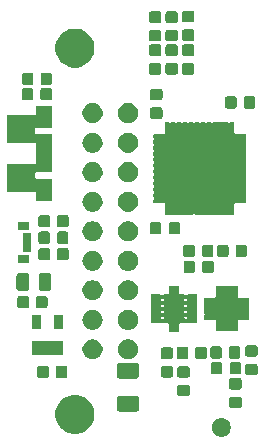
<source format=gbr>
G04 #@! TF.GenerationSoftware,KiCad,Pcbnew,(5.1.4)-1*
G04 #@! TF.CreationDate,2019-11-29T20:46:52-07:00*
G04 #@! TF.ProjectId,CruiseController,43727569-7365-4436-9f6e-74726f6c6c65,rev?*
G04 #@! TF.SameCoordinates,Original*
G04 #@! TF.FileFunction,Soldermask,Bot*
G04 #@! TF.FilePolarity,Negative*
%FSLAX46Y46*%
G04 Gerber Fmt 4.6, Leading zero omitted, Abs format (unit mm)*
G04 Created by KiCad (PCBNEW (5.1.4)-1) date 2019-11-29 20:46:52*
%MOMM*%
%LPD*%
G04 APERTURE LIST*
%ADD10C,0.100000*%
G04 APERTURE END LIST*
D10*
G36*
X118530476Y-104809261D02*
G01*
X118633645Y-104829782D01*
X118719036Y-104865153D01*
X118779416Y-104890163D01*
X118910608Y-104977822D01*
X119022178Y-105089392D01*
X119109837Y-105220584D01*
X119134847Y-105280964D01*
X119170218Y-105366355D01*
X119201000Y-105521109D01*
X119201000Y-105678891D01*
X119170218Y-105833645D01*
X119134847Y-105919036D01*
X119109837Y-105979416D01*
X119109836Y-105979417D01*
X119037584Y-106087552D01*
X119022178Y-106110608D01*
X118910608Y-106222178D01*
X118779416Y-106309837D01*
X118719036Y-106334847D01*
X118633645Y-106370218D01*
X118530476Y-106390739D01*
X118478892Y-106401000D01*
X118321108Y-106401000D01*
X118269524Y-106390739D01*
X118166355Y-106370218D01*
X118080964Y-106334847D01*
X118020584Y-106309837D01*
X117889392Y-106222178D01*
X117777822Y-106110608D01*
X117762417Y-106087552D01*
X117690164Y-105979417D01*
X117690163Y-105979416D01*
X117665153Y-105919036D01*
X117629782Y-105833645D01*
X117599000Y-105678891D01*
X117599000Y-105521109D01*
X117629782Y-105366355D01*
X117665153Y-105280964D01*
X117690163Y-105220584D01*
X117777822Y-105089392D01*
X117889392Y-104977822D01*
X118020584Y-104890163D01*
X118080964Y-104865153D01*
X118166355Y-104829782D01*
X118269524Y-104809261D01*
X118321108Y-104799000D01*
X118478892Y-104799000D01*
X118530476Y-104809261D01*
X118530476Y-104809261D01*
G37*
G36*
X106481579Y-102912447D02*
G01*
X106782042Y-103036903D01*
X107052451Y-103217585D01*
X107282415Y-103447549D01*
X107463097Y-103717958D01*
X107587553Y-104018421D01*
X107651000Y-104337391D01*
X107651000Y-104662609D01*
X107587553Y-104981579D01*
X107463097Y-105282042D01*
X107282415Y-105552451D01*
X107052451Y-105782415D01*
X106782042Y-105963097D01*
X106481579Y-106087553D01*
X106162609Y-106151000D01*
X105837391Y-106151000D01*
X105518421Y-106087553D01*
X105217958Y-105963097D01*
X104947549Y-105782415D01*
X104717585Y-105552451D01*
X104536903Y-105282042D01*
X104412447Y-104981579D01*
X104349000Y-104662609D01*
X104349000Y-104337391D01*
X104412447Y-104018421D01*
X104536903Y-103717958D01*
X104717585Y-103447549D01*
X104947549Y-103217585D01*
X105217958Y-103036903D01*
X105518421Y-102912447D01*
X105837391Y-102849000D01*
X106162609Y-102849000D01*
X106481579Y-102912447D01*
X106481579Y-102912447D01*
G37*
G36*
X111256554Y-102928518D02*
G01*
X111295931Y-102940463D01*
X111332226Y-102959863D01*
X111364033Y-102985967D01*
X111390137Y-103017774D01*
X111409537Y-103054069D01*
X111421482Y-103093446D01*
X111426000Y-103139317D01*
X111426000Y-104060683D01*
X111421482Y-104106554D01*
X111409537Y-104145931D01*
X111390137Y-104182226D01*
X111364033Y-104214033D01*
X111332226Y-104240137D01*
X111295931Y-104259537D01*
X111256554Y-104271482D01*
X111210683Y-104276000D01*
X109789317Y-104276000D01*
X109743446Y-104271482D01*
X109704069Y-104259537D01*
X109667774Y-104240137D01*
X109635967Y-104214033D01*
X109609863Y-104182226D01*
X109590463Y-104145931D01*
X109578518Y-104106554D01*
X109574000Y-104060683D01*
X109574000Y-103139317D01*
X109578518Y-103093446D01*
X109590463Y-103054069D01*
X109609863Y-103017774D01*
X109635967Y-102985967D01*
X109667774Y-102959863D01*
X109704069Y-102940463D01*
X109743446Y-102928518D01*
X109789317Y-102924000D01*
X111210683Y-102924000D01*
X111256554Y-102928518D01*
X111256554Y-102928518D01*
G37*
G36*
X119969552Y-103011207D02*
G01*
X120005898Y-103022232D01*
X120039401Y-103040140D01*
X120068763Y-103064237D01*
X120092860Y-103093599D01*
X120110768Y-103127102D01*
X120121793Y-103163448D01*
X120126000Y-103206158D01*
X120126000Y-103784842D01*
X120121793Y-103827552D01*
X120110768Y-103863898D01*
X120092860Y-103897401D01*
X120068763Y-103926763D01*
X120039401Y-103950860D01*
X120005898Y-103968768D01*
X119969552Y-103979793D01*
X119926842Y-103984000D01*
X119273158Y-103984000D01*
X119230448Y-103979793D01*
X119194102Y-103968768D01*
X119160599Y-103950860D01*
X119131237Y-103926763D01*
X119107140Y-103897401D01*
X119089232Y-103863898D01*
X119078207Y-103827552D01*
X119074000Y-103784842D01*
X119074000Y-103206158D01*
X119078207Y-103163448D01*
X119089232Y-103127102D01*
X119107140Y-103093599D01*
X119131237Y-103064237D01*
X119160599Y-103040140D01*
X119194102Y-103022232D01*
X119230448Y-103011207D01*
X119273158Y-103007000D01*
X119926842Y-103007000D01*
X119969552Y-103011207D01*
X119969552Y-103011207D01*
G37*
G36*
X115569552Y-102003207D02*
G01*
X115605898Y-102014232D01*
X115639401Y-102032140D01*
X115668763Y-102056237D01*
X115692860Y-102085599D01*
X115710768Y-102119102D01*
X115721793Y-102155448D01*
X115726000Y-102198158D01*
X115726000Y-102776842D01*
X115721793Y-102819552D01*
X115710768Y-102855898D01*
X115692860Y-102889401D01*
X115668763Y-102918763D01*
X115639401Y-102942860D01*
X115605898Y-102960768D01*
X115569552Y-102971793D01*
X115526842Y-102976000D01*
X114873158Y-102976000D01*
X114830448Y-102971793D01*
X114794102Y-102960768D01*
X114760599Y-102942860D01*
X114731237Y-102918763D01*
X114707140Y-102889401D01*
X114689232Y-102855898D01*
X114678207Y-102819552D01*
X114674000Y-102776842D01*
X114674000Y-102198158D01*
X114678207Y-102155448D01*
X114689232Y-102119102D01*
X114707140Y-102085599D01*
X114731237Y-102056237D01*
X114760599Y-102032140D01*
X114794102Y-102014232D01*
X114830448Y-102003207D01*
X114873158Y-101999000D01*
X115526842Y-101999000D01*
X115569552Y-102003207D01*
X115569552Y-102003207D01*
G37*
G36*
X119969552Y-101436207D02*
G01*
X120005898Y-101447232D01*
X120039401Y-101465140D01*
X120068763Y-101489237D01*
X120092860Y-101518599D01*
X120110768Y-101552102D01*
X120121793Y-101588448D01*
X120126000Y-101631158D01*
X120126000Y-102209842D01*
X120121793Y-102252552D01*
X120110768Y-102288898D01*
X120092860Y-102322401D01*
X120068763Y-102351763D01*
X120039401Y-102375860D01*
X120005898Y-102393768D01*
X119969552Y-102404793D01*
X119926842Y-102409000D01*
X119273158Y-102409000D01*
X119230448Y-102404793D01*
X119194102Y-102393768D01*
X119160599Y-102375860D01*
X119131237Y-102351763D01*
X119107140Y-102322401D01*
X119089232Y-102288898D01*
X119078207Y-102252552D01*
X119074000Y-102209842D01*
X119074000Y-101631158D01*
X119078207Y-101588448D01*
X119089232Y-101552102D01*
X119107140Y-101518599D01*
X119131237Y-101489237D01*
X119160599Y-101465140D01*
X119194102Y-101447232D01*
X119230448Y-101436207D01*
X119273158Y-101432000D01*
X119926842Y-101432000D01*
X119969552Y-101436207D01*
X119969552Y-101436207D01*
G37*
G36*
X111256554Y-100128518D02*
G01*
X111295931Y-100140463D01*
X111332226Y-100159863D01*
X111364033Y-100185967D01*
X111390137Y-100217774D01*
X111409537Y-100254069D01*
X111421482Y-100293446D01*
X111426000Y-100339317D01*
X111426000Y-101260683D01*
X111421482Y-101306554D01*
X111409537Y-101345931D01*
X111390137Y-101382226D01*
X111364033Y-101414033D01*
X111332226Y-101440137D01*
X111295931Y-101459537D01*
X111256554Y-101471482D01*
X111210683Y-101476000D01*
X109789317Y-101476000D01*
X109743446Y-101471482D01*
X109704069Y-101459537D01*
X109667774Y-101440137D01*
X109635967Y-101414033D01*
X109609863Y-101382226D01*
X109590463Y-101345931D01*
X109578518Y-101306554D01*
X109574000Y-101260683D01*
X109574000Y-100339317D01*
X109578518Y-100293446D01*
X109590463Y-100254069D01*
X109609863Y-100217774D01*
X109635967Y-100185967D01*
X109667774Y-100159863D01*
X109704069Y-100140463D01*
X109743446Y-100128518D01*
X109789317Y-100124000D01*
X111210683Y-100124000D01*
X111256554Y-100128518D01*
X111256554Y-100128518D01*
G37*
G36*
X105207052Y-100378207D02*
G01*
X105243398Y-100389232D01*
X105276901Y-100407140D01*
X105306263Y-100431237D01*
X105330360Y-100460599D01*
X105348268Y-100494102D01*
X105359293Y-100530448D01*
X105363500Y-100573158D01*
X105363500Y-101226842D01*
X105359293Y-101269552D01*
X105348268Y-101305898D01*
X105330360Y-101339401D01*
X105306263Y-101368763D01*
X105276901Y-101392860D01*
X105243398Y-101410768D01*
X105207052Y-101421793D01*
X105164342Y-101426000D01*
X104585658Y-101426000D01*
X104542948Y-101421793D01*
X104506602Y-101410768D01*
X104473099Y-101392860D01*
X104443737Y-101368763D01*
X104419640Y-101339401D01*
X104401732Y-101305898D01*
X104390707Y-101269552D01*
X104386500Y-101226842D01*
X104386500Y-100573158D01*
X104390707Y-100530448D01*
X104401732Y-100494102D01*
X104419640Y-100460599D01*
X104443737Y-100431237D01*
X104473099Y-100407140D01*
X104506602Y-100389232D01*
X104542948Y-100378207D01*
X104585658Y-100374000D01*
X105164342Y-100374000D01*
X105207052Y-100378207D01*
X105207052Y-100378207D01*
G37*
G36*
X103632052Y-100378207D02*
G01*
X103668398Y-100389232D01*
X103701901Y-100407140D01*
X103731263Y-100431237D01*
X103755360Y-100460599D01*
X103773268Y-100494102D01*
X103784293Y-100530448D01*
X103788500Y-100573158D01*
X103788500Y-101226842D01*
X103784293Y-101269552D01*
X103773268Y-101305898D01*
X103755360Y-101339401D01*
X103731263Y-101368763D01*
X103701901Y-101392860D01*
X103668398Y-101410768D01*
X103632052Y-101421793D01*
X103589342Y-101426000D01*
X103010658Y-101426000D01*
X102967948Y-101421793D01*
X102931602Y-101410768D01*
X102898099Y-101392860D01*
X102868737Y-101368763D01*
X102844640Y-101339401D01*
X102826732Y-101305898D01*
X102815707Y-101269552D01*
X102811500Y-101226842D01*
X102811500Y-100573158D01*
X102815707Y-100530448D01*
X102826732Y-100494102D01*
X102844640Y-100460599D01*
X102868737Y-100431237D01*
X102898099Y-100407140D01*
X102931602Y-100389232D01*
X102967948Y-100378207D01*
X103010658Y-100374000D01*
X103589342Y-100374000D01*
X103632052Y-100378207D01*
X103632052Y-100378207D01*
G37*
G36*
X115569552Y-100428207D02*
G01*
X115605898Y-100439232D01*
X115639401Y-100457140D01*
X115668763Y-100481237D01*
X115692860Y-100510599D01*
X115710768Y-100544102D01*
X115721793Y-100580448D01*
X115726000Y-100623158D01*
X115726000Y-101201842D01*
X115721793Y-101244552D01*
X115710768Y-101280898D01*
X115692860Y-101314401D01*
X115668763Y-101343763D01*
X115639401Y-101367860D01*
X115605898Y-101385768D01*
X115569552Y-101396793D01*
X115526842Y-101401000D01*
X114873158Y-101401000D01*
X114830448Y-101396793D01*
X114794102Y-101385768D01*
X114760599Y-101367860D01*
X114731237Y-101343763D01*
X114707140Y-101314401D01*
X114689232Y-101280898D01*
X114678207Y-101244552D01*
X114674000Y-101201842D01*
X114674000Y-100623158D01*
X114678207Y-100580448D01*
X114689232Y-100544102D01*
X114707140Y-100510599D01*
X114731237Y-100481237D01*
X114760599Y-100457140D01*
X114794102Y-100439232D01*
X114830448Y-100428207D01*
X114873158Y-100424000D01*
X115526842Y-100424000D01*
X115569552Y-100428207D01*
X115569552Y-100428207D01*
G37*
G36*
X114169552Y-100415707D02*
G01*
X114205898Y-100426732D01*
X114239401Y-100444640D01*
X114268763Y-100468737D01*
X114292860Y-100498099D01*
X114310768Y-100531602D01*
X114321793Y-100567948D01*
X114326000Y-100610658D01*
X114326000Y-101189342D01*
X114321793Y-101232052D01*
X114310768Y-101268398D01*
X114292860Y-101301901D01*
X114268763Y-101331263D01*
X114239401Y-101355360D01*
X114205898Y-101373268D01*
X114169552Y-101384293D01*
X114126842Y-101388500D01*
X113473158Y-101388500D01*
X113430448Y-101384293D01*
X113394102Y-101373268D01*
X113360599Y-101355360D01*
X113331237Y-101331263D01*
X113307140Y-101301901D01*
X113289232Y-101268398D01*
X113278207Y-101232052D01*
X113274000Y-101189342D01*
X113274000Y-100610658D01*
X113278207Y-100567948D01*
X113289232Y-100531602D01*
X113307140Y-100498099D01*
X113331237Y-100468737D01*
X113360599Y-100444640D01*
X113394102Y-100426732D01*
X113430448Y-100415707D01*
X113473158Y-100411500D01*
X114126842Y-100411500D01*
X114169552Y-100415707D01*
X114169552Y-100415707D01*
G37*
G36*
X121319552Y-100223707D02*
G01*
X121355898Y-100234732D01*
X121389401Y-100252640D01*
X121418763Y-100276737D01*
X121442860Y-100306099D01*
X121460768Y-100339602D01*
X121471793Y-100375948D01*
X121476000Y-100418658D01*
X121476000Y-100997342D01*
X121471793Y-101040052D01*
X121460768Y-101076398D01*
X121442860Y-101109901D01*
X121418763Y-101139263D01*
X121389401Y-101163360D01*
X121355898Y-101181268D01*
X121319552Y-101192293D01*
X121276842Y-101196500D01*
X120623158Y-101196500D01*
X120580448Y-101192293D01*
X120544102Y-101181268D01*
X120510599Y-101163360D01*
X120481237Y-101139263D01*
X120457140Y-101109901D01*
X120439232Y-101076398D01*
X120428207Y-101040052D01*
X120424000Y-100997342D01*
X120424000Y-100418658D01*
X120428207Y-100375948D01*
X120439232Y-100339602D01*
X120457140Y-100306099D01*
X120481237Y-100276737D01*
X120510599Y-100252640D01*
X120544102Y-100234732D01*
X120580448Y-100223707D01*
X120623158Y-100219500D01*
X121276842Y-100219500D01*
X121319552Y-100223707D01*
X121319552Y-100223707D01*
G37*
G36*
X119919552Y-100078207D02*
G01*
X119955898Y-100089232D01*
X119989401Y-100107140D01*
X120018763Y-100131237D01*
X120042860Y-100160599D01*
X120060768Y-100194102D01*
X120071793Y-100230448D01*
X120076000Y-100273158D01*
X120076000Y-100926842D01*
X120071793Y-100969552D01*
X120060768Y-101005898D01*
X120042860Y-101039401D01*
X120018763Y-101068763D01*
X119989401Y-101092860D01*
X119955898Y-101110768D01*
X119919552Y-101121793D01*
X119876842Y-101126000D01*
X119298158Y-101126000D01*
X119255448Y-101121793D01*
X119219102Y-101110768D01*
X119185599Y-101092860D01*
X119156237Y-101068763D01*
X119132140Y-101039401D01*
X119114232Y-101005898D01*
X119103207Y-100969552D01*
X119099000Y-100926842D01*
X119099000Y-100273158D01*
X119103207Y-100230448D01*
X119114232Y-100194102D01*
X119132140Y-100160599D01*
X119156237Y-100131237D01*
X119185599Y-100107140D01*
X119219102Y-100089232D01*
X119255448Y-100078207D01*
X119298158Y-100074000D01*
X119876842Y-100074000D01*
X119919552Y-100078207D01*
X119919552Y-100078207D01*
G37*
G36*
X118344552Y-100078207D02*
G01*
X118380898Y-100089232D01*
X118414401Y-100107140D01*
X118443763Y-100131237D01*
X118467860Y-100160599D01*
X118485768Y-100194102D01*
X118496793Y-100230448D01*
X118501000Y-100273158D01*
X118501000Y-100926842D01*
X118496793Y-100969552D01*
X118485768Y-101005898D01*
X118467860Y-101039401D01*
X118443763Y-101068763D01*
X118414401Y-101092860D01*
X118380898Y-101110768D01*
X118344552Y-101121793D01*
X118301842Y-101126000D01*
X117723158Y-101126000D01*
X117680448Y-101121793D01*
X117644102Y-101110768D01*
X117610599Y-101092860D01*
X117581237Y-101068763D01*
X117557140Y-101039401D01*
X117539232Y-101005898D01*
X117528207Y-100969552D01*
X117524000Y-100926842D01*
X117524000Y-100273158D01*
X117528207Y-100230448D01*
X117539232Y-100194102D01*
X117557140Y-100160599D01*
X117581237Y-100131237D01*
X117610599Y-100107140D01*
X117644102Y-100089232D01*
X117680448Y-100078207D01*
X117723158Y-100074000D01*
X118301842Y-100074000D01*
X118344552Y-100078207D01*
X118344552Y-100078207D01*
G37*
G36*
X107649581Y-98162081D02*
G01*
X107748228Y-98181703D01*
X107903100Y-98245853D01*
X108042481Y-98338985D01*
X108161015Y-98457519D01*
X108254147Y-98596900D01*
X108318297Y-98751772D01*
X108351000Y-98916184D01*
X108351000Y-99083816D01*
X108318297Y-99248228D01*
X108254147Y-99403100D01*
X108161015Y-99542481D01*
X108042481Y-99661015D01*
X107903100Y-99754147D01*
X107748228Y-99818297D01*
X107649581Y-99837919D01*
X107583818Y-99851000D01*
X107416182Y-99851000D01*
X107350419Y-99837919D01*
X107251772Y-99818297D01*
X107096900Y-99754147D01*
X106957519Y-99661015D01*
X106838985Y-99542481D01*
X106745853Y-99403100D01*
X106681703Y-99248228D01*
X106649000Y-99083816D01*
X106649000Y-98916184D01*
X106681703Y-98751772D01*
X106745853Y-98596900D01*
X106838985Y-98457519D01*
X106957519Y-98338985D01*
X107096900Y-98245853D01*
X107251772Y-98181703D01*
X107350419Y-98162081D01*
X107416182Y-98149000D01*
X107583818Y-98149000D01*
X107649581Y-98162081D01*
X107649581Y-98162081D01*
G37*
G36*
X110649581Y-98162081D02*
G01*
X110748228Y-98181703D01*
X110903100Y-98245853D01*
X111042481Y-98338985D01*
X111161015Y-98457519D01*
X111254147Y-98596900D01*
X111318297Y-98751772D01*
X111351000Y-98916184D01*
X111351000Y-99083816D01*
X111318297Y-99248228D01*
X111254147Y-99403100D01*
X111161015Y-99542481D01*
X111042481Y-99661015D01*
X110903100Y-99754147D01*
X110748228Y-99818297D01*
X110649581Y-99837919D01*
X110583818Y-99851000D01*
X110416182Y-99851000D01*
X110350419Y-99837919D01*
X110251772Y-99818297D01*
X110096900Y-99754147D01*
X109957519Y-99661015D01*
X109838985Y-99542481D01*
X109745853Y-99403100D01*
X109681703Y-99248228D01*
X109649000Y-99083816D01*
X109649000Y-98916184D01*
X109681703Y-98751772D01*
X109745853Y-98596900D01*
X109838985Y-98457519D01*
X109957519Y-98338985D01*
X110096900Y-98245853D01*
X110251772Y-98181703D01*
X110350419Y-98162081D01*
X110416182Y-98149000D01*
X110583818Y-98149000D01*
X110649581Y-98162081D01*
X110649581Y-98162081D01*
G37*
G36*
X117019552Y-98778207D02*
G01*
X117055898Y-98789232D01*
X117089401Y-98807140D01*
X117118763Y-98831237D01*
X117142860Y-98860599D01*
X117160768Y-98894102D01*
X117171793Y-98930448D01*
X117176000Y-98973158D01*
X117176000Y-99626842D01*
X117171793Y-99669552D01*
X117160768Y-99705898D01*
X117142860Y-99739401D01*
X117118763Y-99768763D01*
X117089401Y-99792860D01*
X117055898Y-99810768D01*
X117019552Y-99821793D01*
X116976842Y-99826000D01*
X116398158Y-99826000D01*
X116355448Y-99821793D01*
X116319102Y-99810768D01*
X116285599Y-99792860D01*
X116256237Y-99768763D01*
X116232140Y-99739401D01*
X116214232Y-99705898D01*
X116203207Y-99669552D01*
X116199000Y-99626842D01*
X116199000Y-98973158D01*
X116203207Y-98930448D01*
X116214232Y-98894102D01*
X116232140Y-98860599D01*
X116256237Y-98831237D01*
X116285599Y-98807140D01*
X116319102Y-98789232D01*
X116355448Y-98778207D01*
X116398158Y-98774000D01*
X116976842Y-98774000D01*
X117019552Y-98778207D01*
X117019552Y-98778207D01*
G37*
G36*
X115444552Y-98778207D02*
G01*
X115480898Y-98789232D01*
X115514401Y-98807140D01*
X115543763Y-98831237D01*
X115567860Y-98860599D01*
X115585768Y-98894102D01*
X115596793Y-98930448D01*
X115601000Y-98973158D01*
X115601000Y-99626842D01*
X115596793Y-99669552D01*
X115585768Y-99705898D01*
X115567860Y-99739401D01*
X115543763Y-99768763D01*
X115514401Y-99792860D01*
X115480898Y-99810768D01*
X115444552Y-99821793D01*
X115401842Y-99826000D01*
X114823158Y-99826000D01*
X114780448Y-99821793D01*
X114744102Y-99810768D01*
X114710599Y-99792860D01*
X114681237Y-99768763D01*
X114657140Y-99739401D01*
X114639232Y-99705898D01*
X114628207Y-99669552D01*
X114624000Y-99626842D01*
X114624000Y-98973158D01*
X114628207Y-98930448D01*
X114639232Y-98894102D01*
X114657140Y-98860599D01*
X114681237Y-98831237D01*
X114710599Y-98807140D01*
X114744102Y-98789232D01*
X114780448Y-98778207D01*
X114823158Y-98774000D01*
X115401842Y-98774000D01*
X115444552Y-98778207D01*
X115444552Y-98778207D01*
G37*
G36*
X114169552Y-98840707D02*
G01*
X114205898Y-98851732D01*
X114239401Y-98869640D01*
X114268763Y-98893737D01*
X114292860Y-98923099D01*
X114310768Y-98956602D01*
X114321793Y-98992948D01*
X114326000Y-99035658D01*
X114326000Y-99614342D01*
X114321793Y-99657052D01*
X114310768Y-99693398D01*
X114292860Y-99726901D01*
X114268763Y-99756263D01*
X114239401Y-99780360D01*
X114205898Y-99798268D01*
X114169552Y-99809293D01*
X114126842Y-99813500D01*
X113473158Y-99813500D01*
X113430448Y-99809293D01*
X113394102Y-99798268D01*
X113360599Y-99780360D01*
X113331237Y-99756263D01*
X113307140Y-99726901D01*
X113289232Y-99693398D01*
X113278207Y-99657052D01*
X113274000Y-99614342D01*
X113274000Y-99035658D01*
X113278207Y-98992948D01*
X113289232Y-98956602D01*
X113307140Y-98923099D01*
X113331237Y-98893737D01*
X113360599Y-98869640D01*
X113394102Y-98851732D01*
X113430448Y-98840707D01*
X113473158Y-98836500D01*
X114126842Y-98836500D01*
X114169552Y-98840707D01*
X114169552Y-98840707D01*
G37*
G36*
X119869552Y-98736207D02*
G01*
X119905898Y-98747232D01*
X119939401Y-98765140D01*
X119968763Y-98789237D01*
X119992860Y-98818599D01*
X120010768Y-98852102D01*
X120021793Y-98888448D01*
X120026000Y-98931158D01*
X120026000Y-99584842D01*
X120021793Y-99627552D01*
X120010768Y-99663898D01*
X119992860Y-99697401D01*
X119968763Y-99726763D01*
X119939401Y-99750860D01*
X119905898Y-99768768D01*
X119869552Y-99779793D01*
X119826842Y-99784000D01*
X119248158Y-99784000D01*
X119205448Y-99779793D01*
X119169102Y-99768768D01*
X119135599Y-99750860D01*
X119106237Y-99726763D01*
X119082140Y-99697401D01*
X119064232Y-99663898D01*
X119053207Y-99627552D01*
X119049000Y-99584842D01*
X119049000Y-98931158D01*
X119053207Y-98888448D01*
X119064232Y-98852102D01*
X119082140Y-98818599D01*
X119106237Y-98789237D01*
X119135599Y-98765140D01*
X119169102Y-98747232D01*
X119205448Y-98736207D01*
X119248158Y-98732000D01*
X119826842Y-98732000D01*
X119869552Y-98736207D01*
X119869552Y-98736207D01*
G37*
G36*
X118294552Y-98736207D02*
G01*
X118330898Y-98747232D01*
X118364401Y-98765140D01*
X118393763Y-98789237D01*
X118417860Y-98818599D01*
X118435768Y-98852102D01*
X118446793Y-98888448D01*
X118451000Y-98931158D01*
X118451000Y-99584842D01*
X118446793Y-99627552D01*
X118435768Y-99663898D01*
X118417860Y-99697401D01*
X118393763Y-99726763D01*
X118364401Y-99750860D01*
X118330898Y-99768768D01*
X118294552Y-99779793D01*
X118251842Y-99784000D01*
X117673158Y-99784000D01*
X117630448Y-99779793D01*
X117594102Y-99768768D01*
X117560599Y-99750860D01*
X117531237Y-99726763D01*
X117507140Y-99697401D01*
X117489232Y-99663898D01*
X117478207Y-99627552D01*
X117474000Y-99584842D01*
X117474000Y-98931158D01*
X117478207Y-98888448D01*
X117489232Y-98852102D01*
X117507140Y-98818599D01*
X117531237Y-98789237D01*
X117560599Y-98765140D01*
X117594102Y-98747232D01*
X117630448Y-98736207D01*
X117673158Y-98732000D01*
X118251842Y-98732000D01*
X118294552Y-98736207D01*
X118294552Y-98736207D01*
G37*
G36*
X121319552Y-98648707D02*
G01*
X121355898Y-98659732D01*
X121389401Y-98677640D01*
X121418763Y-98701737D01*
X121442860Y-98731099D01*
X121460768Y-98764602D01*
X121471793Y-98800948D01*
X121476000Y-98843658D01*
X121476000Y-99422342D01*
X121471793Y-99465052D01*
X121460768Y-99501398D01*
X121442860Y-99534901D01*
X121418763Y-99564263D01*
X121389401Y-99588360D01*
X121355898Y-99606268D01*
X121319552Y-99617293D01*
X121276842Y-99621500D01*
X120623158Y-99621500D01*
X120580448Y-99617293D01*
X120544102Y-99606268D01*
X120510599Y-99588360D01*
X120481237Y-99564263D01*
X120457140Y-99534901D01*
X120439232Y-99501398D01*
X120428207Y-99465052D01*
X120424000Y-99422342D01*
X120424000Y-98843658D01*
X120428207Y-98800948D01*
X120439232Y-98764602D01*
X120457140Y-98731099D01*
X120481237Y-98701737D01*
X120510599Y-98677640D01*
X120544102Y-98659732D01*
X120580448Y-98648707D01*
X120623158Y-98644500D01*
X121276842Y-98644500D01*
X121319552Y-98648707D01*
X121319552Y-98648707D01*
G37*
G36*
X105026000Y-99481000D02*
G01*
X102374000Y-99481000D01*
X102374000Y-98319000D01*
X105026000Y-98319000D01*
X105026000Y-99481000D01*
X105026000Y-99481000D01*
G37*
G36*
X114841000Y-94207001D02*
G01*
X114842921Y-94226510D01*
X114848612Y-94245269D01*
X114857853Y-94262557D01*
X114870289Y-94277711D01*
X114885443Y-94290147D01*
X114902731Y-94299388D01*
X114921490Y-94305079D01*
X114940999Y-94307000D01*
X115276000Y-94307000D01*
X115276000Y-94332600D01*
X115277921Y-94352109D01*
X115283612Y-94370868D01*
X115292853Y-94388156D01*
X115305289Y-94403310D01*
X115320443Y-94415746D01*
X115337731Y-94424987D01*
X115356490Y-94430678D01*
X115375999Y-94432599D01*
X115395508Y-94430678D01*
X115414267Y-94424987D01*
X115431555Y-94415746D01*
X115439439Y-94409900D01*
X115440781Y-94408798D01*
X115440789Y-94408789D01*
X115472766Y-94382547D01*
X115509248Y-94363047D01*
X115509250Y-94363046D01*
X115548830Y-94351040D01*
X115548833Y-94351039D01*
X115579685Y-94348000D01*
X116370000Y-94348000D01*
X116370000Y-94542780D01*
X116370480Y-94552556D01*
X116371016Y-94558000D01*
X116370480Y-94563444D01*
X116370000Y-94573220D01*
X116370000Y-95042780D01*
X116370480Y-95052556D01*
X116371016Y-95058000D01*
X116370480Y-95063444D01*
X116370000Y-95073220D01*
X116370000Y-95542780D01*
X116370480Y-95552556D01*
X116371016Y-95558000D01*
X116370480Y-95563444D01*
X116370000Y-95573220D01*
X116370000Y-96042780D01*
X116370480Y-96052556D01*
X116371016Y-96058000D01*
X116370480Y-96063444D01*
X116370000Y-96073220D01*
X116370000Y-96542780D01*
X116370480Y-96552556D01*
X116371016Y-96558000D01*
X116370480Y-96563444D01*
X116370000Y-96573220D01*
X116370000Y-96768000D01*
X115579685Y-96768000D01*
X115548833Y-96764961D01*
X115541462Y-96762725D01*
X115509250Y-96752954D01*
X115509248Y-96752953D01*
X115472766Y-96733453D01*
X115440789Y-96707211D01*
X115440781Y-96707202D01*
X115439439Y-96706100D01*
X115423139Y-96695209D01*
X115405028Y-96687707D01*
X115385802Y-96683883D01*
X115366199Y-96683882D01*
X115346972Y-96687707D01*
X115328861Y-96695208D01*
X115312561Y-96706099D01*
X115298699Y-96719960D01*
X115287808Y-96736260D01*
X115280306Y-96754371D01*
X115276482Y-96773597D01*
X115276000Y-96783400D01*
X115276000Y-96809000D01*
X114940999Y-96809000D01*
X114921490Y-96810921D01*
X114902731Y-96816612D01*
X114885443Y-96825853D01*
X114870289Y-96838289D01*
X114857853Y-96853443D01*
X114848612Y-96870731D01*
X114842921Y-96889490D01*
X114841000Y-96908999D01*
X114841000Y-97509000D01*
X113959000Y-97509000D01*
X113959000Y-96908999D01*
X113957079Y-96889490D01*
X113951388Y-96870731D01*
X113942147Y-96853443D01*
X113929711Y-96838289D01*
X113914557Y-96825853D01*
X113897269Y-96816612D01*
X113878510Y-96810921D01*
X113859001Y-96809000D01*
X113524000Y-96809000D01*
X113524000Y-96783400D01*
X113522079Y-96763891D01*
X113516388Y-96745132D01*
X113507147Y-96727844D01*
X113494711Y-96712690D01*
X113479557Y-96700254D01*
X113462269Y-96691013D01*
X113443510Y-96685322D01*
X113424001Y-96683401D01*
X113404492Y-96685322D01*
X113385733Y-96691013D01*
X113368445Y-96700254D01*
X113360561Y-96706100D01*
X113359219Y-96707202D01*
X113359211Y-96707211D01*
X113327234Y-96733453D01*
X113290752Y-96752953D01*
X113290750Y-96752954D01*
X113258538Y-96762725D01*
X113251167Y-96764961D01*
X113220315Y-96768000D01*
X112430000Y-96768000D01*
X112430000Y-96573220D01*
X112429520Y-96563444D01*
X112428984Y-96558000D01*
X112429520Y-96552556D01*
X112430000Y-96542780D01*
X112430000Y-96298200D01*
X113294509Y-96298200D01*
X113294510Y-96317804D01*
X113298334Y-96337030D01*
X113305837Y-96355141D01*
X113316728Y-96371440D01*
X113330585Y-96385297D01*
X113359211Y-96408789D01*
X113359216Y-96408795D01*
X113360561Y-96409899D01*
X113376860Y-96420790D01*
X113394971Y-96428293D01*
X113414197Y-96432117D01*
X113433801Y-96432118D01*
X113453027Y-96428294D01*
X113471138Y-96420792D01*
X113487438Y-96409902D01*
X113501300Y-96396040D01*
X113512191Y-96379741D01*
X113519694Y-96361630D01*
X113523518Y-96342404D01*
X113524000Y-96332600D01*
X113524000Y-96283400D01*
X115276000Y-96283400D01*
X115276000Y-96332600D01*
X115277921Y-96352109D01*
X115283612Y-96370868D01*
X115292853Y-96388156D01*
X115305289Y-96403310D01*
X115320443Y-96415746D01*
X115337731Y-96424987D01*
X115356490Y-96430678D01*
X115375999Y-96432599D01*
X115395508Y-96430678D01*
X115414267Y-96424987D01*
X115431555Y-96415746D01*
X115439439Y-96409899D01*
X115440784Y-96408795D01*
X115440789Y-96408789D01*
X115469415Y-96385297D01*
X115483275Y-96371437D01*
X115494165Y-96355137D01*
X115501667Y-96337026D01*
X115505491Y-96317800D01*
X115505490Y-96298196D01*
X115501666Y-96278970D01*
X115494163Y-96260859D01*
X115483272Y-96244560D01*
X115469413Y-96230701D01*
X115440789Y-96207211D01*
X115440784Y-96207205D01*
X115439439Y-96206101D01*
X115423140Y-96195210D01*
X115405029Y-96187707D01*
X115385803Y-96183883D01*
X115366199Y-96183882D01*
X115346973Y-96187706D01*
X115328862Y-96195208D01*
X115312562Y-96206098D01*
X115298700Y-96219960D01*
X115287809Y-96236259D01*
X115280306Y-96254370D01*
X115276482Y-96273596D01*
X115276000Y-96283400D01*
X113524000Y-96283400D01*
X113522079Y-96263891D01*
X113516388Y-96245132D01*
X113507147Y-96227844D01*
X113494711Y-96212690D01*
X113479557Y-96200254D01*
X113462269Y-96191013D01*
X113443510Y-96185322D01*
X113424001Y-96183401D01*
X113404492Y-96185322D01*
X113385733Y-96191013D01*
X113368445Y-96200254D01*
X113360561Y-96206101D01*
X113359216Y-96207205D01*
X113359211Y-96207211D01*
X113330587Y-96230701D01*
X113316725Y-96244563D01*
X113305835Y-96260863D01*
X113298333Y-96278974D01*
X113294509Y-96298200D01*
X112430000Y-96298200D01*
X112430000Y-96073220D01*
X112429520Y-96063444D01*
X112428984Y-96058000D01*
X112429520Y-96052556D01*
X112430000Y-96042780D01*
X112430000Y-95798200D01*
X113294509Y-95798200D01*
X113294510Y-95817804D01*
X113298334Y-95837030D01*
X113305837Y-95855141D01*
X113316728Y-95871440D01*
X113330585Y-95885297D01*
X113359211Y-95908789D01*
X113359216Y-95908795D01*
X113360561Y-95909899D01*
X113376860Y-95920790D01*
X113394971Y-95928293D01*
X113414197Y-95932117D01*
X113433801Y-95932118D01*
X113453027Y-95928294D01*
X113471138Y-95920792D01*
X113487438Y-95909902D01*
X113501300Y-95896040D01*
X113512191Y-95879741D01*
X113519694Y-95861630D01*
X113523518Y-95842404D01*
X113524000Y-95832600D01*
X113524000Y-95783400D01*
X115276000Y-95783400D01*
X115276000Y-95832600D01*
X115277921Y-95852109D01*
X115283612Y-95870868D01*
X115292853Y-95888156D01*
X115305289Y-95903310D01*
X115320443Y-95915746D01*
X115337731Y-95924987D01*
X115356490Y-95930678D01*
X115375999Y-95932599D01*
X115395508Y-95930678D01*
X115414267Y-95924987D01*
X115431555Y-95915746D01*
X115439439Y-95909899D01*
X115440784Y-95908795D01*
X115440789Y-95908789D01*
X115469415Y-95885297D01*
X115483275Y-95871437D01*
X115494165Y-95855137D01*
X115501667Y-95837026D01*
X115505491Y-95817800D01*
X115505490Y-95798196D01*
X115501666Y-95778970D01*
X115494163Y-95760859D01*
X115483272Y-95744560D01*
X115469413Y-95730701D01*
X115440789Y-95707211D01*
X115440784Y-95707205D01*
X115439439Y-95706101D01*
X115423140Y-95695210D01*
X115405029Y-95687707D01*
X115385803Y-95683883D01*
X115366199Y-95683882D01*
X115346973Y-95687706D01*
X115328862Y-95695208D01*
X115312562Y-95706098D01*
X115298700Y-95719960D01*
X115287809Y-95736259D01*
X115280306Y-95754370D01*
X115276482Y-95773596D01*
X115276000Y-95783400D01*
X113524000Y-95783400D01*
X113522079Y-95763891D01*
X113516388Y-95745132D01*
X113507147Y-95727844D01*
X113494711Y-95712690D01*
X113479557Y-95700254D01*
X113462269Y-95691013D01*
X113443510Y-95685322D01*
X113424001Y-95683401D01*
X113404492Y-95685322D01*
X113385733Y-95691013D01*
X113368445Y-95700254D01*
X113360561Y-95706101D01*
X113359216Y-95707205D01*
X113359211Y-95707211D01*
X113330587Y-95730701D01*
X113316725Y-95744563D01*
X113305835Y-95760863D01*
X113298333Y-95778974D01*
X113294509Y-95798200D01*
X112430000Y-95798200D01*
X112430000Y-95573220D01*
X112429520Y-95563444D01*
X112428984Y-95558000D01*
X112429520Y-95552556D01*
X112430000Y-95542780D01*
X112430000Y-95298200D01*
X113294509Y-95298200D01*
X113294510Y-95317804D01*
X113298334Y-95337030D01*
X113305837Y-95355141D01*
X113316728Y-95371440D01*
X113330585Y-95385297D01*
X113359211Y-95408789D01*
X113359216Y-95408795D01*
X113360561Y-95409899D01*
X113376860Y-95420790D01*
X113394971Y-95428293D01*
X113414197Y-95432117D01*
X113433801Y-95432118D01*
X113453027Y-95428294D01*
X113471138Y-95420792D01*
X113487438Y-95409902D01*
X113501300Y-95396040D01*
X113512191Y-95379741D01*
X113519694Y-95361630D01*
X113523518Y-95342404D01*
X113524000Y-95332600D01*
X113524000Y-95283400D01*
X115276000Y-95283400D01*
X115276000Y-95332600D01*
X115277921Y-95352109D01*
X115283612Y-95370868D01*
X115292853Y-95388156D01*
X115305289Y-95403310D01*
X115320443Y-95415746D01*
X115337731Y-95424987D01*
X115356490Y-95430678D01*
X115375999Y-95432599D01*
X115395508Y-95430678D01*
X115414267Y-95424987D01*
X115431555Y-95415746D01*
X115439439Y-95409899D01*
X115440784Y-95408795D01*
X115440789Y-95408789D01*
X115469415Y-95385297D01*
X115483275Y-95371437D01*
X115494165Y-95355137D01*
X115501667Y-95337026D01*
X115505491Y-95317800D01*
X115505490Y-95298196D01*
X115501666Y-95278970D01*
X115494163Y-95260859D01*
X115483272Y-95244560D01*
X115469413Y-95230701D01*
X115440789Y-95207211D01*
X115440784Y-95207205D01*
X115439439Y-95206101D01*
X115423140Y-95195210D01*
X115405029Y-95187707D01*
X115385803Y-95183883D01*
X115366199Y-95183882D01*
X115346973Y-95187706D01*
X115328862Y-95195208D01*
X115312562Y-95206098D01*
X115298700Y-95219960D01*
X115287809Y-95236259D01*
X115280306Y-95254370D01*
X115276482Y-95273596D01*
X115276000Y-95283400D01*
X113524000Y-95283400D01*
X113522079Y-95263891D01*
X113516388Y-95245132D01*
X113507147Y-95227844D01*
X113494711Y-95212690D01*
X113479557Y-95200254D01*
X113462269Y-95191013D01*
X113443510Y-95185322D01*
X113424001Y-95183401D01*
X113404492Y-95185322D01*
X113385733Y-95191013D01*
X113368445Y-95200254D01*
X113360561Y-95206101D01*
X113359216Y-95207205D01*
X113359211Y-95207211D01*
X113330587Y-95230701D01*
X113316725Y-95244563D01*
X113305835Y-95260863D01*
X113298333Y-95278974D01*
X113294509Y-95298200D01*
X112430000Y-95298200D01*
X112430000Y-95073220D01*
X112429520Y-95063444D01*
X112428984Y-95058000D01*
X112429520Y-95052556D01*
X112430000Y-95042780D01*
X112430000Y-94798200D01*
X113294509Y-94798200D01*
X113294510Y-94817804D01*
X113298334Y-94837030D01*
X113305837Y-94855141D01*
X113316728Y-94871440D01*
X113330585Y-94885297D01*
X113359211Y-94908789D01*
X113359216Y-94908795D01*
X113360561Y-94909899D01*
X113376860Y-94920790D01*
X113394971Y-94928293D01*
X113414197Y-94932117D01*
X113433801Y-94932118D01*
X113453027Y-94928294D01*
X113471138Y-94920792D01*
X113487438Y-94909902D01*
X113501300Y-94896040D01*
X113512191Y-94879741D01*
X113519694Y-94861630D01*
X113523518Y-94842404D01*
X113524000Y-94832600D01*
X113524000Y-94783400D01*
X115276000Y-94783400D01*
X115276000Y-94832600D01*
X115277921Y-94852109D01*
X115283612Y-94870868D01*
X115292853Y-94888156D01*
X115305289Y-94903310D01*
X115320443Y-94915746D01*
X115337731Y-94924987D01*
X115356490Y-94930678D01*
X115375999Y-94932599D01*
X115395508Y-94930678D01*
X115414267Y-94924987D01*
X115431555Y-94915746D01*
X115439439Y-94909899D01*
X115440784Y-94908795D01*
X115440789Y-94908789D01*
X115469415Y-94885297D01*
X115483275Y-94871437D01*
X115494165Y-94855137D01*
X115501667Y-94837026D01*
X115505491Y-94817800D01*
X115505490Y-94798196D01*
X115501666Y-94778970D01*
X115494163Y-94760859D01*
X115483272Y-94744560D01*
X115469413Y-94730701D01*
X115440789Y-94707211D01*
X115440784Y-94707205D01*
X115439439Y-94706101D01*
X115423140Y-94695210D01*
X115405029Y-94687707D01*
X115385803Y-94683883D01*
X115366199Y-94683882D01*
X115346973Y-94687706D01*
X115328862Y-94695208D01*
X115312562Y-94706098D01*
X115298700Y-94719960D01*
X115287809Y-94736259D01*
X115280306Y-94754370D01*
X115276482Y-94773596D01*
X115276000Y-94783400D01*
X113524000Y-94783400D01*
X113522079Y-94763891D01*
X113516388Y-94745132D01*
X113507147Y-94727844D01*
X113494711Y-94712690D01*
X113479557Y-94700254D01*
X113462269Y-94691013D01*
X113443510Y-94685322D01*
X113424001Y-94683401D01*
X113404492Y-94685322D01*
X113385733Y-94691013D01*
X113368445Y-94700254D01*
X113360561Y-94706101D01*
X113359216Y-94707205D01*
X113359211Y-94707211D01*
X113330587Y-94730701D01*
X113316725Y-94744563D01*
X113305835Y-94760863D01*
X113298333Y-94778974D01*
X113294509Y-94798200D01*
X112430000Y-94798200D01*
X112430000Y-94573220D01*
X112429520Y-94563444D01*
X112428984Y-94558000D01*
X112429520Y-94552556D01*
X112430000Y-94542780D01*
X112430000Y-94348000D01*
X113220315Y-94348000D01*
X113251167Y-94351039D01*
X113251170Y-94351040D01*
X113290750Y-94363046D01*
X113290752Y-94363047D01*
X113327234Y-94382547D01*
X113359211Y-94408789D01*
X113359219Y-94408798D01*
X113360561Y-94409900D01*
X113376861Y-94420791D01*
X113394972Y-94428293D01*
X113414198Y-94432117D01*
X113433801Y-94432118D01*
X113453028Y-94428293D01*
X113471139Y-94420792D01*
X113487439Y-94409901D01*
X113501301Y-94396040D01*
X113512192Y-94379740D01*
X113519694Y-94361629D01*
X113523518Y-94342403D01*
X113524000Y-94332600D01*
X113524000Y-94307000D01*
X113859001Y-94307000D01*
X113878510Y-94305079D01*
X113897269Y-94299388D01*
X113914557Y-94290147D01*
X113929711Y-94277711D01*
X113942147Y-94262557D01*
X113951388Y-94245269D01*
X113957079Y-94226510D01*
X113959000Y-94207001D01*
X113959000Y-93607000D01*
X114841000Y-93607000D01*
X114841000Y-94207001D01*
X114841000Y-94207001D01*
G37*
G36*
X118245317Y-93633204D02*
G01*
X118252356Y-93635340D01*
X118258844Y-93638807D01*
X118264527Y-93643472D01*
X118272699Y-93653429D01*
X118286561Y-93667291D01*
X118302860Y-93678182D01*
X118320971Y-93685684D01*
X118340198Y-93689508D01*
X118359801Y-93689509D01*
X118379028Y-93685684D01*
X118397139Y-93678182D01*
X118413438Y-93667292D01*
X118427301Y-93653429D01*
X118435473Y-93643472D01*
X118441156Y-93638807D01*
X118447644Y-93635340D01*
X118454683Y-93633204D01*
X118466910Y-93632000D01*
X118733090Y-93632000D01*
X118745317Y-93633204D01*
X118752356Y-93635340D01*
X118758844Y-93638807D01*
X118764527Y-93643472D01*
X118772699Y-93653429D01*
X118786561Y-93667291D01*
X118802860Y-93678182D01*
X118820971Y-93685684D01*
X118840198Y-93689508D01*
X118859801Y-93689509D01*
X118879028Y-93685684D01*
X118897139Y-93678182D01*
X118913438Y-93667292D01*
X118927301Y-93653429D01*
X118935473Y-93643472D01*
X118941156Y-93638807D01*
X118947644Y-93635340D01*
X118954683Y-93633204D01*
X118966910Y-93632000D01*
X119233090Y-93632000D01*
X119245317Y-93633204D01*
X119252356Y-93635340D01*
X119258844Y-93638807D01*
X119264527Y-93643472D01*
X119272699Y-93653429D01*
X119286561Y-93667291D01*
X119302860Y-93678182D01*
X119320971Y-93685684D01*
X119340198Y-93689508D01*
X119359801Y-93689509D01*
X119379028Y-93685684D01*
X119397139Y-93678182D01*
X119413438Y-93667292D01*
X119427301Y-93653429D01*
X119435473Y-93643472D01*
X119441156Y-93638807D01*
X119447644Y-93635340D01*
X119454683Y-93633204D01*
X119466910Y-93632000D01*
X119733090Y-93632000D01*
X119745317Y-93633204D01*
X119752356Y-93635340D01*
X119758844Y-93638807D01*
X119764528Y-93643472D01*
X119769193Y-93649156D01*
X119772660Y-93655644D01*
X119774796Y-93662683D01*
X119776000Y-93674910D01*
X119776000Y-94516091D01*
X119775280Y-94523401D01*
X119775279Y-94543004D01*
X119779104Y-94562230D01*
X119786605Y-94580341D01*
X119797496Y-94596641D01*
X119811358Y-94610503D01*
X119827657Y-94621394D01*
X119845768Y-94628896D01*
X119864995Y-94632720D01*
X119884599Y-94632720D01*
X119891909Y-94632000D01*
X120733090Y-94632000D01*
X120745317Y-94633204D01*
X120752356Y-94635340D01*
X120758844Y-94638807D01*
X120764528Y-94643472D01*
X120769193Y-94649156D01*
X120772660Y-94655644D01*
X120774796Y-94662683D01*
X120776000Y-94674910D01*
X120776000Y-94941090D01*
X120774796Y-94953317D01*
X120772660Y-94960356D01*
X120769193Y-94966844D01*
X120764528Y-94972527D01*
X120754571Y-94980699D01*
X120740709Y-94994561D01*
X120729818Y-95010860D01*
X120722316Y-95028971D01*
X120718492Y-95048198D01*
X120718491Y-95067801D01*
X120722316Y-95087028D01*
X120729818Y-95105139D01*
X120740708Y-95121438D01*
X120754571Y-95135301D01*
X120764528Y-95143473D01*
X120769193Y-95149156D01*
X120772660Y-95155644D01*
X120774796Y-95162683D01*
X120776000Y-95174910D01*
X120776000Y-95441090D01*
X120774796Y-95453317D01*
X120772660Y-95460356D01*
X120769193Y-95466844D01*
X120764528Y-95472527D01*
X120754571Y-95480699D01*
X120740709Y-95494561D01*
X120729818Y-95510860D01*
X120722316Y-95528971D01*
X120718492Y-95548198D01*
X120718491Y-95567801D01*
X120722316Y-95587028D01*
X120729818Y-95605139D01*
X120740708Y-95621438D01*
X120754571Y-95635301D01*
X120764528Y-95643473D01*
X120769193Y-95649156D01*
X120772660Y-95655644D01*
X120774796Y-95662683D01*
X120776000Y-95674910D01*
X120776000Y-95941090D01*
X120774796Y-95953317D01*
X120772660Y-95960356D01*
X120769193Y-95966844D01*
X120764528Y-95972527D01*
X120754571Y-95980699D01*
X120740709Y-95994561D01*
X120729818Y-96010860D01*
X120722316Y-96028971D01*
X120718492Y-96048198D01*
X120718491Y-96067801D01*
X120722316Y-96087028D01*
X120729818Y-96105139D01*
X120740708Y-96121438D01*
X120754571Y-96135301D01*
X120764528Y-96143473D01*
X120769193Y-96149156D01*
X120772660Y-96155644D01*
X120774796Y-96162683D01*
X120776000Y-96174910D01*
X120776000Y-96441090D01*
X120774796Y-96453317D01*
X120772660Y-96460356D01*
X120769193Y-96466844D01*
X120764528Y-96472528D01*
X120758844Y-96477193D01*
X120752356Y-96480660D01*
X120745317Y-96482796D01*
X120733090Y-96484000D01*
X119891909Y-96484000D01*
X119884599Y-96483280D01*
X119864996Y-96483279D01*
X119845770Y-96487104D01*
X119827659Y-96494605D01*
X119811359Y-96505496D01*
X119797497Y-96519358D01*
X119786606Y-96535657D01*
X119779104Y-96553768D01*
X119775280Y-96572995D01*
X119775280Y-96592599D01*
X119776000Y-96599909D01*
X119776000Y-97441090D01*
X119774796Y-97453317D01*
X119772660Y-97460356D01*
X119769193Y-97466844D01*
X119764528Y-97472528D01*
X119758844Y-97477193D01*
X119752356Y-97480660D01*
X119745317Y-97482796D01*
X119733090Y-97484000D01*
X119466910Y-97484000D01*
X119454683Y-97482796D01*
X119447644Y-97480660D01*
X119441156Y-97477193D01*
X119435473Y-97472528D01*
X119427301Y-97462571D01*
X119413439Y-97448709D01*
X119397140Y-97437818D01*
X119379029Y-97430316D01*
X119359802Y-97426492D01*
X119340199Y-97426491D01*
X119320972Y-97430316D01*
X119302861Y-97437818D01*
X119286562Y-97448708D01*
X119272699Y-97462571D01*
X119264527Y-97472528D01*
X119258844Y-97477193D01*
X119252356Y-97480660D01*
X119245317Y-97482796D01*
X119233090Y-97484000D01*
X118966910Y-97484000D01*
X118954683Y-97482796D01*
X118947644Y-97480660D01*
X118941156Y-97477193D01*
X118935473Y-97472528D01*
X118927301Y-97462571D01*
X118913439Y-97448709D01*
X118897140Y-97437818D01*
X118879029Y-97430316D01*
X118859802Y-97426492D01*
X118840199Y-97426491D01*
X118820972Y-97430316D01*
X118802861Y-97437818D01*
X118786562Y-97448708D01*
X118772699Y-97462571D01*
X118764527Y-97472528D01*
X118758844Y-97477193D01*
X118752356Y-97480660D01*
X118745317Y-97482796D01*
X118733090Y-97484000D01*
X118466910Y-97484000D01*
X118454683Y-97482796D01*
X118447644Y-97480660D01*
X118441156Y-97477193D01*
X118435473Y-97472528D01*
X118427301Y-97462571D01*
X118413439Y-97448709D01*
X118397140Y-97437818D01*
X118379029Y-97430316D01*
X118359802Y-97426492D01*
X118340199Y-97426491D01*
X118320972Y-97430316D01*
X118302861Y-97437818D01*
X118286562Y-97448708D01*
X118272699Y-97462571D01*
X118264527Y-97472528D01*
X118258844Y-97477193D01*
X118252356Y-97480660D01*
X118245317Y-97482796D01*
X118233090Y-97484000D01*
X117966910Y-97484000D01*
X117954683Y-97482796D01*
X117947644Y-97480660D01*
X117941156Y-97477193D01*
X117935472Y-97472528D01*
X117930807Y-97466844D01*
X117927340Y-97460356D01*
X117925204Y-97453317D01*
X117924000Y-97441090D01*
X117924000Y-96599909D01*
X117924720Y-96592599D01*
X117924721Y-96572996D01*
X117920896Y-96553770D01*
X117913395Y-96535659D01*
X117902504Y-96519359D01*
X117888642Y-96505497D01*
X117872343Y-96494606D01*
X117854232Y-96487104D01*
X117835005Y-96483280D01*
X117815401Y-96483280D01*
X117808091Y-96484000D01*
X116966910Y-96484000D01*
X116954683Y-96482796D01*
X116947644Y-96480660D01*
X116941156Y-96477193D01*
X116935472Y-96472528D01*
X116930807Y-96466844D01*
X116927340Y-96460356D01*
X116925204Y-96453317D01*
X116924000Y-96441090D01*
X116924000Y-96174910D01*
X116925204Y-96162683D01*
X116927340Y-96155644D01*
X116930807Y-96149156D01*
X116935472Y-96143473D01*
X116945429Y-96135301D01*
X116959291Y-96121439D01*
X116970182Y-96105140D01*
X116977684Y-96087029D01*
X116981508Y-96067802D01*
X116981509Y-96048199D01*
X116977684Y-96028972D01*
X116970182Y-96010861D01*
X116959292Y-95994562D01*
X116945429Y-95980699D01*
X116935472Y-95972527D01*
X116930807Y-95966844D01*
X116927340Y-95960356D01*
X116925204Y-95953317D01*
X116924000Y-95941090D01*
X116924000Y-95674910D01*
X116925204Y-95662683D01*
X116927340Y-95655644D01*
X116930807Y-95649156D01*
X116935472Y-95643473D01*
X116945429Y-95635301D01*
X116959291Y-95621439D01*
X116970182Y-95605140D01*
X116977684Y-95587029D01*
X116981508Y-95567802D01*
X116981509Y-95548199D01*
X116977684Y-95528972D01*
X116970182Y-95510861D01*
X116959292Y-95494562D01*
X116945429Y-95480699D01*
X116935472Y-95472527D01*
X116930807Y-95466844D01*
X116927340Y-95460356D01*
X116925204Y-95453317D01*
X116924000Y-95441090D01*
X116924000Y-95174910D01*
X116925204Y-95162683D01*
X116927340Y-95155644D01*
X116930807Y-95149156D01*
X116935472Y-95143473D01*
X116945429Y-95135301D01*
X116959291Y-95121439D01*
X116970182Y-95105140D01*
X116977684Y-95087029D01*
X116981508Y-95067802D01*
X116981509Y-95048199D01*
X116977684Y-95028972D01*
X116970182Y-95010861D01*
X116959292Y-94994562D01*
X116945429Y-94980699D01*
X116935472Y-94972527D01*
X116930807Y-94966844D01*
X116927340Y-94960356D01*
X116925204Y-94953317D01*
X116924000Y-94941090D01*
X116924000Y-94674910D01*
X116925204Y-94662683D01*
X116927340Y-94655644D01*
X116930807Y-94649156D01*
X116935472Y-94643472D01*
X116941156Y-94638807D01*
X116947644Y-94635340D01*
X116954683Y-94633204D01*
X116966910Y-94632000D01*
X117808091Y-94632000D01*
X117815401Y-94632720D01*
X117835004Y-94632721D01*
X117854230Y-94628896D01*
X117872341Y-94621395D01*
X117888641Y-94610504D01*
X117902503Y-94596642D01*
X117913394Y-94580343D01*
X117920896Y-94562232D01*
X117924720Y-94543005D01*
X117924720Y-94523401D01*
X117924000Y-94516091D01*
X117924000Y-93674910D01*
X117925204Y-93662683D01*
X117927340Y-93655644D01*
X117930807Y-93649156D01*
X117935472Y-93643472D01*
X117941156Y-93638807D01*
X117947644Y-93635340D01*
X117954683Y-93633204D01*
X117966910Y-93632000D01*
X118233090Y-93632000D01*
X118245317Y-93633204D01*
X118245317Y-93633204D01*
G37*
G36*
X107627932Y-95657775D02*
G01*
X107748228Y-95681703D01*
X107903100Y-95745853D01*
X108042481Y-95838985D01*
X108161015Y-95957519D01*
X108254147Y-96096900D01*
X108318297Y-96251772D01*
X108337438Y-96348000D01*
X108351000Y-96416182D01*
X108351000Y-96583818D01*
X108342245Y-96627832D01*
X108318297Y-96748228D01*
X108254147Y-96903100D01*
X108161015Y-97042481D01*
X108042481Y-97161015D01*
X107903100Y-97254147D01*
X107748228Y-97318297D01*
X107649581Y-97337919D01*
X107583818Y-97351000D01*
X107416182Y-97351000D01*
X107350419Y-97337919D01*
X107251772Y-97318297D01*
X107096900Y-97254147D01*
X106957519Y-97161015D01*
X106838985Y-97042481D01*
X106745853Y-96903100D01*
X106681703Y-96748228D01*
X106657755Y-96627832D01*
X106649000Y-96583818D01*
X106649000Y-96416182D01*
X106662562Y-96348000D01*
X106681703Y-96251772D01*
X106745853Y-96096900D01*
X106838985Y-95957519D01*
X106957519Y-95838985D01*
X107096900Y-95745853D01*
X107251772Y-95681703D01*
X107372068Y-95657775D01*
X107416182Y-95649000D01*
X107583818Y-95649000D01*
X107627932Y-95657775D01*
X107627932Y-95657775D01*
G37*
G36*
X110627932Y-95657775D02*
G01*
X110748228Y-95681703D01*
X110903100Y-95745853D01*
X111042481Y-95838985D01*
X111161015Y-95957519D01*
X111254147Y-96096900D01*
X111318297Y-96251772D01*
X111337438Y-96348000D01*
X111351000Y-96416182D01*
X111351000Y-96583818D01*
X111342245Y-96627832D01*
X111318297Y-96748228D01*
X111254147Y-96903100D01*
X111161015Y-97042481D01*
X111042481Y-97161015D01*
X110903100Y-97254147D01*
X110748228Y-97318297D01*
X110649581Y-97337919D01*
X110583818Y-97351000D01*
X110416182Y-97351000D01*
X110350419Y-97337919D01*
X110251772Y-97318297D01*
X110096900Y-97254147D01*
X109957519Y-97161015D01*
X109838985Y-97042481D01*
X109745853Y-96903100D01*
X109681703Y-96748228D01*
X109657755Y-96627832D01*
X109649000Y-96583818D01*
X109649000Y-96416182D01*
X109662562Y-96348000D01*
X109681703Y-96251772D01*
X109745853Y-96096900D01*
X109838985Y-95957519D01*
X109957519Y-95838985D01*
X110096900Y-95745853D01*
X110251772Y-95681703D01*
X110372068Y-95657775D01*
X110416182Y-95649000D01*
X110583818Y-95649000D01*
X110627932Y-95657775D01*
X110627932Y-95657775D01*
G37*
G36*
X105026000Y-97281000D02*
G01*
X104274000Y-97281000D01*
X104274000Y-96119000D01*
X105026000Y-96119000D01*
X105026000Y-97281000D01*
X105026000Y-97281000D01*
G37*
G36*
X103126000Y-97281000D02*
G01*
X102374000Y-97281000D01*
X102374000Y-96119000D01*
X103126000Y-96119000D01*
X103126000Y-97281000D01*
X103126000Y-97281000D01*
G37*
G36*
X103532052Y-94478207D02*
G01*
X103568398Y-94489232D01*
X103601901Y-94507140D01*
X103631263Y-94531237D01*
X103655360Y-94560599D01*
X103673268Y-94594102D01*
X103684293Y-94630448D01*
X103688500Y-94673158D01*
X103688500Y-95326842D01*
X103684293Y-95369552D01*
X103673268Y-95405898D01*
X103655360Y-95439401D01*
X103631263Y-95468763D01*
X103601901Y-95492860D01*
X103568398Y-95510768D01*
X103532052Y-95521793D01*
X103489342Y-95526000D01*
X102910658Y-95526000D01*
X102867948Y-95521793D01*
X102831602Y-95510768D01*
X102798099Y-95492860D01*
X102768737Y-95468763D01*
X102744640Y-95439401D01*
X102726732Y-95405898D01*
X102715707Y-95369552D01*
X102711500Y-95326842D01*
X102711500Y-94673158D01*
X102715707Y-94630448D01*
X102726732Y-94594102D01*
X102744640Y-94560599D01*
X102768737Y-94531237D01*
X102798099Y-94507140D01*
X102831602Y-94489232D01*
X102867948Y-94478207D01*
X102910658Y-94474000D01*
X103489342Y-94474000D01*
X103532052Y-94478207D01*
X103532052Y-94478207D01*
G37*
G36*
X101957052Y-94478207D02*
G01*
X101993398Y-94489232D01*
X102026901Y-94507140D01*
X102056263Y-94531237D01*
X102080360Y-94560599D01*
X102098268Y-94594102D01*
X102109293Y-94630448D01*
X102113500Y-94673158D01*
X102113500Y-95326842D01*
X102109293Y-95369552D01*
X102098268Y-95405898D01*
X102080360Y-95439401D01*
X102056263Y-95468763D01*
X102026901Y-95492860D01*
X101993398Y-95510768D01*
X101957052Y-95521793D01*
X101914342Y-95526000D01*
X101335658Y-95526000D01*
X101292948Y-95521793D01*
X101256602Y-95510768D01*
X101223099Y-95492860D01*
X101193737Y-95468763D01*
X101169640Y-95439401D01*
X101151732Y-95405898D01*
X101140707Y-95369552D01*
X101136500Y-95326842D01*
X101136500Y-94673158D01*
X101140707Y-94630448D01*
X101151732Y-94594102D01*
X101169640Y-94560599D01*
X101193737Y-94531237D01*
X101223099Y-94507140D01*
X101256602Y-94489232D01*
X101292948Y-94478207D01*
X101335658Y-94474000D01*
X101914342Y-94474000D01*
X101957052Y-94478207D01*
X101957052Y-94478207D01*
G37*
G36*
X110649581Y-93162081D02*
G01*
X110748228Y-93181703D01*
X110903100Y-93245853D01*
X111042481Y-93338985D01*
X111161015Y-93457519D01*
X111254147Y-93596900D01*
X111318297Y-93751772D01*
X111351000Y-93916184D01*
X111351000Y-94083816D01*
X111318297Y-94248228D01*
X111254147Y-94403100D01*
X111161015Y-94542481D01*
X111042481Y-94661015D01*
X110903100Y-94754147D01*
X110748228Y-94818297D01*
X110654069Y-94837026D01*
X110583818Y-94851000D01*
X110416182Y-94851000D01*
X110345931Y-94837026D01*
X110251772Y-94818297D01*
X110096900Y-94754147D01*
X109957519Y-94661015D01*
X109838985Y-94542481D01*
X109745853Y-94403100D01*
X109681703Y-94248228D01*
X109649000Y-94083816D01*
X109649000Y-93916184D01*
X109681703Y-93751772D01*
X109745853Y-93596900D01*
X109838985Y-93457519D01*
X109957519Y-93338985D01*
X110096900Y-93245853D01*
X110251772Y-93181703D01*
X110350419Y-93162081D01*
X110416182Y-93149000D01*
X110583818Y-93149000D01*
X110649581Y-93162081D01*
X110649581Y-93162081D01*
G37*
G36*
X107649581Y-93162081D02*
G01*
X107748228Y-93181703D01*
X107903100Y-93245853D01*
X108042481Y-93338985D01*
X108161015Y-93457519D01*
X108254147Y-93596900D01*
X108318297Y-93751772D01*
X108351000Y-93916184D01*
X108351000Y-94083816D01*
X108318297Y-94248228D01*
X108254147Y-94403100D01*
X108161015Y-94542481D01*
X108042481Y-94661015D01*
X107903100Y-94754147D01*
X107748228Y-94818297D01*
X107654069Y-94837026D01*
X107583818Y-94851000D01*
X107416182Y-94851000D01*
X107345931Y-94837026D01*
X107251772Y-94818297D01*
X107096900Y-94754147D01*
X106957519Y-94661015D01*
X106838985Y-94542481D01*
X106745853Y-94403100D01*
X106681703Y-94248228D01*
X106649000Y-94083816D01*
X106649000Y-93916184D01*
X106681703Y-93751772D01*
X106745853Y-93596900D01*
X106838985Y-93457519D01*
X106957519Y-93338985D01*
X107096900Y-93245853D01*
X107251772Y-93181703D01*
X107350419Y-93162081D01*
X107416182Y-93149000D01*
X107583818Y-93149000D01*
X107649581Y-93162081D01*
X107649581Y-93162081D01*
G37*
G36*
X101961932Y-92553688D02*
G01*
X102002969Y-92566136D01*
X102040788Y-92586351D01*
X102073941Y-92613559D01*
X102101149Y-92646712D01*
X102121364Y-92684531D01*
X102133812Y-92725568D01*
X102138500Y-92773167D01*
X102138500Y-93826833D01*
X102133812Y-93874432D01*
X102121364Y-93915469D01*
X102101149Y-93953288D01*
X102073941Y-93986441D01*
X102040788Y-94013649D01*
X102002969Y-94033864D01*
X101961932Y-94046312D01*
X101914333Y-94051000D01*
X101285667Y-94051000D01*
X101238068Y-94046312D01*
X101197031Y-94033864D01*
X101159212Y-94013649D01*
X101126059Y-93986441D01*
X101098851Y-93953288D01*
X101078636Y-93915469D01*
X101066188Y-93874432D01*
X101061500Y-93826833D01*
X101061500Y-92773167D01*
X101066188Y-92725568D01*
X101078636Y-92684531D01*
X101098851Y-92646712D01*
X101126059Y-92613559D01*
X101159212Y-92586351D01*
X101197031Y-92566136D01*
X101238068Y-92553688D01*
X101285667Y-92549000D01*
X101914333Y-92549000D01*
X101961932Y-92553688D01*
X101961932Y-92553688D01*
G37*
G36*
X103836932Y-92553688D02*
G01*
X103877969Y-92566136D01*
X103915788Y-92586351D01*
X103948941Y-92613559D01*
X103976149Y-92646712D01*
X103996364Y-92684531D01*
X104008812Y-92725568D01*
X104013500Y-92773167D01*
X104013500Y-93826833D01*
X104008812Y-93874432D01*
X103996364Y-93915469D01*
X103976149Y-93953288D01*
X103948941Y-93986441D01*
X103915788Y-94013649D01*
X103877969Y-94033864D01*
X103836932Y-94046312D01*
X103789333Y-94051000D01*
X103160667Y-94051000D01*
X103113068Y-94046312D01*
X103072031Y-94033864D01*
X103034212Y-94013649D01*
X103001059Y-93986441D01*
X102973851Y-93953288D01*
X102953636Y-93915469D01*
X102941188Y-93874432D01*
X102936500Y-93826833D01*
X102936500Y-92773167D01*
X102941188Y-92725568D01*
X102953636Y-92684531D01*
X102973851Y-92646712D01*
X103001059Y-92613559D01*
X103034212Y-92586351D01*
X103072031Y-92566136D01*
X103113068Y-92553688D01*
X103160667Y-92549000D01*
X103789333Y-92549000D01*
X103836932Y-92553688D01*
X103836932Y-92553688D01*
G37*
G36*
X116032052Y-91486207D02*
G01*
X116068398Y-91497232D01*
X116101901Y-91515140D01*
X116131263Y-91539237D01*
X116155360Y-91568599D01*
X116173268Y-91602102D01*
X116184293Y-91638448D01*
X116188500Y-91681158D01*
X116188500Y-92334842D01*
X116184293Y-92377552D01*
X116173268Y-92413898D01*
X116155360Y-92447401D01*
X116131263Y-92476763D01*
X116101901Y-92500860D01*
X116068398Y-92518768D01*
X116032052Y-92529793D01*
X115989342Y-92534000D01*
X115410658Y-92534000D01*
X115367948Y-92529793D01*
X115331602Y-92518768D01*
X115298099Y-92500860D01*
X115268737Y-92476763D01*
X115244640Y-92447401D01*
X115226732Y-92413898D01*
X115215707Y-92377552D01*
X115211500Y-92334842D01*
X115211500Y-91681158D01*
X115215707Y-91638448D01*
X115226732Y-91602102D01*
X115244640Y-91568599D01*
X115268737Y-91539237D01*
X115298099Y-91515140D01*
X115331602Y-91497232D01*
X115367948Y-91486207D01*
X115410658Y-91482000D01*
X115989342Y-91482000D01*
X116032052Y-91486207D01*
X116032052Y-91486207D01*
G37*
G36*
X117607052Y-91486207D02*
G01*
X117643398Y-91497232D01*
X117676901Y-91515140D01*
X117706263Y-91539237D01*
X117730360Y-91568599D01*
X117748268Y-91602102D01*
X117759293Y-91638448D01*
X117763500Y-91681158D01*
X117763500Y-92334842D01*
X117759293Y-92377552D01*
X117748268Y-92413898D01*
X117730360Y-92447401D01*
X117706263Y-92476763D01*
X117676901Y-92500860D01*
X117643398Y-92518768D01*
X117607052Y-92529793D01*
X117564342Y-92534000D01*
X116985658Y-92534000D01*
X116942948Y-92529793D01*
X116906602Y-92518768D01*
X116873099Y-92500860D01*
X116843737Y-92476763D01*
X116819640Y-92447401D01*
X116801732Y-92413898D01*
X116790707Y-92377552D01*
X116786500Y-92334842D01*
X116786500Y-91681158D01*
X116790707Y-91638448D01*
X116801732Y-91602102D01*
X116819640Y-91568599D01*
X116843737Y-91539237D01*
X116873099Y-91515140D01*
X116906602Y-91497232D01*
X116942948Y-91486207D01*
X116985658Y-91482000D01*
X117564342Y-91482000D01*
X117607052Y-91486207D01*
X117607052Y-91486207D01*
G37*
G36*
X110649581Y-90662081D02*
G01*
X110748228Y-90681703D01*
X110903100Y-90745853D01*
X111042481Y-90838985D01*
X111161015Y-90957519D01*
X111254147Y-91096900D01*
X111318297Y-91251772D01*
X111331779Y-91319552D01*
X111351000Y-91416182D01*
X111351000Y-91583818D01*
X111347363Y-91602102D01*
X111318297Y-91748228D01*
X111254147Y-91903100D01*
X111161015Y-92042481D01*
X111042481Y-92161015D01*
X110903100Y-92254147D01*
X110748228Y-92318297D01*
X110665049Y-92334842D01*
X110583818Y-92351000D01*
X110416182Y-92351000D01*
X110334951Y-92334842D01*
X110251772Y-92318297D01*
X110096900Y-92254147D01*
X109957519Y-92161015D01*
X109838985Y-92042481D01*
X109745853Y-91903100D01*
X109681703Y-91748228D01*
X109652637Y-91602102D01*
X109649000Y-91583818D01*
X109649000Y-91416182D01*
X109668221Y-91319552D01*
X109681703Y-91251772D01*
X109745853Y-91096900D01*
X109838985Y-90957519D01*
X109957519Y-90838985D01*
X110096900Y-90745853D01*
X110251772Y-90681703D01*
X110350419Y-90662081D01*
X110416182Y-90649000D01*
X110583818Y-90649000D01*
X110649581Y-90662081D01*
X110649581Y-90662081D01*
G37*
G36*
X107649581Y-90662081D02*
G01*
X107748228Y-90681703D01*
X107903100Y-90745853D01*
X108042481Y-90838985D01*
X108161015Y-90957519D01*
X108254147Y-91096900D01*
X108318297Y-91251772D01*
X108331779Y-91319552D01*
X108351000Y-91416182D01*
X108351000Y-91583818D01*
X108347363Y-91602102D01*
X108318297Y-91748228D01*
X108254147Y-91903100D01*
X108161015Y-92042481D01*
X108042481Y-92161015D01*
X107903100Y-92254147D01*
X107748228Y-92318297D01*
X107665049Y-92334842D01*
X107583818Y-92351000D01*
X107416182Y-92351000D01*
X107334951Y-92334842D01*
X107251772Y-92318297D01*
X107096900Y-92254147D01*
X106957519Y-92161015D01*
X106838985Y-92042481D01*
X106745853Y-91903100D01*
X106681703Y-91748228D01*
X106652637Y-91602102D01*
X106649000Y-91583818D01*
X106649000Y-91416182D01*
X106668221Y-91319552D01*
X106681703Y-91251772D01*
X106745853Y-91096900D01*
X106838985Y-90957519D01*
X106957519Y-90838985D01*
X107096900Y-90745853D01*
X107251772Y-90681703D01*
X107350419Y-90662081D01*
X107416182Y-90649000D01*
X107583818Y-90649000D01*
X107649581Y-90662081D01*
X107649581Y-90662081D01*
G37*
G36*
X102151000Y-91701000D02*
G01*
X101149000Y-91701000D01*
X101149000Y-90999000D01*
X102151000Y-90999000D01*
X102151000Y-91701000D01*
X102151000Y-91701000D01*
G37*
G36*
X103744552Y-90428207D02*
G01*
X103780898Y-90439232D01*
X103814401Y-90457140D01*
X103843763Y-90481237D01*
X103867860Y-90510599D01*
X103885768Y-90544102D01*
X103896793Y-90580448D01*
X103901000Y-90623158D01*
X103901000Y-91276842D01*
X103896793Y-91319552D01*
X103885768Y-91355898D01*
X103867860Y-91389401D01*
X103843763Y-91418763D01*
X103814401Y-91442860D01*
X103780898Y-91460768D01*
X103744552Y-91471793D01*
X103701842Y-91476000D01*
X103123158Y-91476000D01*
X103080448Y-91471793D01*
X103044102Y-91460768D01*
X103010599Y-91442860D01*
X102981237Y-91418763D01*
X102957140Y-91389401D01*
X102939232Y-91355898D01*
X102928207Y-91319552D01*
X102924000Y-91276842D01*
X102924000Y-90623158D01*
X102928207Y-90580448D01*
X102939232Y-90544102D01*
X102957140Y-90510599D01*
X102981237Y-90481237D01*
X103010599Y-90457140D01*
X103044102Y-90439232D01*
X103080448Y-90428207D01*
X103123158Y-90424000D01*
X103701842Y-90424000D01*
X103744552Y-90428207D01*
X103744552Y-90428207D01*
G37*
G36*
X105319552Y-90428207D02*
G01*
X105355898Y-90439232D01*
X105389401Y-90457140D01*
X105418763Y-90481237D01*
X105442860Y-90510599D01*
X105460768Y-90544102D01*
X105471793Y-90580448D01*
X105476000Y-90623158D01*
X105476000Y-91276842D01*
X105471793Y-91319552D01*
X105460768Y-91355898D01*
X105442860Y-91389401D01*
X105418763Y-91418763D01*
X105389401Y-91442860D01*
X105355898Y-91460768D01*
X105319552Y-91471793D01*
X105276842Y-91476000D01*
X104698158Y-91476000D01*
X104655448Y-91471793D01*
X104619102Y-91460768D01*
X104585599Y-91442860D01*
X104556237Y-91418763D01*
X104532140Y-91389401D01*
X104514232Y-91355898D01*
X104503207Y-91319552D01*
X104499000Y-91276842D01*
X104499000Y-90623158D01*
X104503207Y-90580448D01*
X104514232Y-90544102D01*
X104532140Y-90510599D01*
X104556237Y-90481237D01*
X104585599Y-90457140D01*
X104619102Y-90439232D01*
X104655448Y-90428207D01*
X104698158Y-90424000D01*
X105276842Y-90424000D01*
X105319552Y-90428207D01*
X105319552Y-90428207D01*
G37*
G36*
X116007052Y-90136207D02*
G01*
X116043398Y-90147232D01*
X116076901Y-90165140D01*
X116106263Y-90189237D01*
X116130360Y-90218599D01*
X116148268Y-90252102D01*
X116159293Y-90288448D01*
X116163500Y-90331158D01*
X116163500Y-90984842D01*
X116159293Y-91027552D01*
X116148268Y-91063898D01*
X116130360Y-91097401D01*
X116106263Y-91126763D01*
X116076901Y-91150860D01*
X116043398Y-91168768D01*
X116007052Y-91179793D01*
X115964342Y-91184000D01*
X115385658Y-91184000D01*
X115342948Y-91179793D01*
X115306602Y-91168768D01*
X115273099Y-91150860D01*
X115243737Y-91126763D01*
X115219640Y-91097401D01*
X115201732Y-91063898D01*
X115190707Y-91027552D01*
X115186500Y-90984842D01*
X115186500Y-90331158D01*
X115190707Y-90288448D01*
X115201732Y-90252102D01*
X115219640Y-90218599D01*
X115243737Y-90189237D01*
X115273099Y-90165140D01*
X115306602Y-90147232D01*
X115342948Y-90136207D01*
X115385658Y-90132000D01*
X115964342Y-90132000D01*
X116007052Y-90136207D01*
X116007052Y-90136207D01*
G37*
G36*
X118857052Y-90136207D02*
G01*
X118893398Y-90147232D01*
X118926901Y-90165140D01*
X118956263Y-90189237D01*
X118980360Y-90218599D01*
X118998268Y-90252102D01*
X119009293Y-90288448D01*
X119013500Y-90331158D01*
X119013500Y-90984842D01*
X119009293Y-91027552D01*
X118998268Y-91063898D01*
X118980360Y-91097401D01*
X118956263Y-91126763D01*
X118926901Y-91150860D01*
X118893398Y-91168768D01*
X118857052Y-91179793D01*
X118814342Y-91184000D01*
X118235658Y-91184000D01*
X118192948Y-91179793D01*
X118156602Y-91168768D01*
X118123099Y-91150860D01*
X118093737Y-91126763D01*
X118069640Y-91097401D01*
X118051732Y-91063898D01*
X118040707Y-91027552D01*
X118036500Y-90984842D01*
X118036500Y-90331158D01*
X118040707Y-90288448D01*
X118051732Y-90252102D01*
X118069640Y-90218599D01*
X118093737Y-90189237D01*
X118123099Y-90165140D01*
X118156602Y-90147232D01*
X118192948Y-90136207D01*
X118235658Y-90132000D01*
X118814342Y-90132000D01*
X118857052Y-90136207D01*
X118857052Y-90136207D01*
G37*
G36*
X120432052Y-90136207D02*
G01*
X120468398Y-90147232D01*
X120501901Y-90165140D01*
X120531263Y-90189237D01*
X120555360Y-90218599D01*
X120573268Y-90252102D01*
X120584293Y-90288448D01*
X120588500Y-90331158D01*
X120588500Y-90984842D01*
X120584293Y-91027552D01*
X120573268Y-91063898D01*
X120555360Y-91097401D01*
X120531263Y-91126763D01*
X120501901Y-91150860D01*
X120468398Y-91168768D01*
X120432052Y-91179793D01*
X120389342Y-91184000D01*
X119810658Y-91184000D01*
X119767948Y-91179793D01*
X119731602Y-91168768D01*
X119698099Y-91150860D01*
X119668737Y-91126763D01*
X119644640Y-91097401D01*
X119626732Y-91063898D01*
X119615707Y-91027552D01*
X119611500Y-90984842D01*
X119611500Y-90331158D01*
X119615707Y-90288448D01*
X119626732Y-90252102D01*
X119644640Y-90218599D01*
X119668737Y-90189237D01*
X119698099Y-90165140D01*
X119731602Y-90147232D01*
X119767948Y-90136207D01*
X119810658Y-90132000D01*
X120389342Y-90132000D01*
X120432052Y-90136207D01*
X120432052Y-90136207D01*
G37*
G36*
X117582052Y-90136207D02*
G01*
X117618398Y-90147232D01*
X117651901Y-90165140D01*
X117681263Y-90189237D01*
X117705360Y-90218599D01*
X117723268Y-90252102D01*
X117734293Y-90288448D01*
X117738500Y-90331158D01*
X117738500Y-90984842D01*
X117734293Y-91027552D01*
X117723268Y-91063898D01*
X117705360Y-91097401D01*
X117681263Y-91126763D01*
X117651901Y-91150860D01*
X117618398Y-91168768D01*
X117582052Y-91179793D01*
X117539342Y-91184000D01*
X116960658Y-91184000D01*
X116917948Y-91179793D01*
X116881602Y-91168768D01*
X116848099Y-91150860D01*
X116818737Y-91126763D01*
X116794640Y-91097401D01*
X116776732Y-91063898D01*
X116765707Y-91027552D01*
X116761500Y-90984842D01*
X116761500Y-90331158D01*
X116765707Y-90288448D01*
X116776732Y-90252102D01*
X116794640Y-90218599D01*
X116818737Y-90189237D01*
X116848099Y-90165140D01*
X116881602Y-90147232D01*
X116917948Y-90136207D01*
X116960658Y-90132000D01*
X117539342Y-90132000D01*
X117582052Y-90136207D01*
X117582052Y-90136207D01*
G37*
G36*
X102301000Y-90751000D02*
G01*
X101649000Y-90751000D01*
X101649000Y-89149000D01*
X102301000Y-89149000D01*
X102301000Y-90751000D01*
X102301000Y-90751000D01*
G37*
G36*
X103732052Y-89028207D02*
G01*
X103768398Y-89039232D01*
X103801901Y-89057140D01*
X103831263Y-89081237D01*
X103855360Y-89110599D01*
X103873268Y-89144102D01*
X103884293Y-89180448D01*
X103888500Y-89223158D01*
X103888500Y-89876842D01*
X103884293Y-89919552D01*
X103873268Y-89955898D01*
X103855360Y-89989401D01*
X103831263Y-90018763D01*
X103801901Y-90042860D01*
X103768398Y-90060768D01*
X103732052Y-90071793D01*
X103689342Y-90076000D01*
X103110658Y-90076000D01*
X103067948Y-90071793D01*
X103031602Y-90060768D01*
X102998099Y-90042860D01*
X102968737Y-90018763D01*
X102944640Y-89989401D01*
X102926732Y-89955898D01*
X102915707Y-89919552D01*
X102911500Y-89876842D01*
X102911500Y-89223158D01*
X102915707Y-89180448D01*
X102926732Y-89144102D01*
X102944640Y-89110599D01*
X102968737Y-89081237D01*
X102998099Y-89057140D01*
X103031602Y-89039232D01*
X103067948Y-89028207D01*
X103110658Y-89024000D01*
X103689342Y-89024000D01*
X103732052Y-89028207D01*
X103732052Y-89028207D01*
G37*
G36*
X105307052Y-89028207D02*
G01*
X105343398Y-89039232D01*
X105376901Y-89057140D01*
X105406263Y-89081237D01*
X105430360Y-89110599D01*
X105448268Y-89144102D01*
X105459293Y-89180448D01*
X105463500Y-89223158D01*
X105463500Y-89876842D01*
X105459293Y-89919552D01*
X105448268Y-89955898D01*
X105430360Y-89989401D01*
X105406263Y-90018763D01*
X105376901Y-90042860D01*
X105343398Y-90060768D01*
X105307052Y-90071793D01*
X105264342Y-90076000D01*
X104685658Y-90076000D01*
X104642948Y-90071793D01*
X104606602Y-90060768D01*
X104573099Y-90042860D01*
X104543737Y-90018763D01*
X104519640Y-89989401D01*
X104501732Y-89955898D01*
X104490707Y-89919552D01*
X104486500Y-89876842D01*
X104486500Y-89223158D01*
X104490707Y-89180448D01*
X104501732Y-89144102D01*
X104519640Y-89110599D01*
X104543737Y-89081237D01*
X104573099Y-89057140D01*
X104606602Y-89039232D01*
X104642948Y-89028207D01*
X104685658Y-89024000D01*
X105264342Y-89024000D01*
X105307052Y-89028207D01*
X105307052Y-89028207D01*
G37*
G36*
X110649581Y-88162081D02*
G01*
X110748228Y-88181703D01*
X110903100Y-88245853D01*
X111042481Y-88338985D01*
X111161015Y-88457519D01*
X111254147Y-88596900D01*
X111318297Y-88751772D01*
X111337919Y-88850419D01*
X111351000Y-88916182D01*
X111351000Y-89083818D01*
X111341306Y-89132552D01*
X111318297Y-89248228D01*
X111254147Y-89403100D01*
X111161015Y-89542481D01*
X111042481Y-89661015D01*
X110903100Y-89754147D01*
X110748228Y-89818297D01*
X110649581Y-89837919D01*
X110583818Y-89851000D01*
X110416182Y-89851000D01*
X110350419Y-89837919D01*
X110251772Y-89818297D01*
X110096900Y-89754147D01*
X109957519Y-89661015D01*
X109838985Y-89542481D01*
X109745853Y-89403100D01*
X109681703Y-89248228D01*
X109658694Y-89132552D01*
X109649000Y-89083818D01*
X109649000Y-88916182D01*
X109662081Y-88850419D01*
X109681703Y-88751772D01*
X109745853Y-88596900D01*
X109838985Y-88457519D01*
X109957519Y-88338985D01*
X110096900Y-88245853D01*
X110251772Y-88181703D01*
X110350419Y-88162081D01*
X110416182Y-88149000D01*
X110583818Y-88149000D01*
X110649581Y-88162081D01*
X110649581Y-88162081D01*
G37*
G36*
X107649581Y-88162081D02*
G01*
X107748228Y-88181703D01*
X107903100Y-88245853D01*
X108042481Y-88338985D01*
X108161015Y-88457519D01*
X108254147Y-88596900D01*
X108318297Y-88751772D01*
X108337919Y-88850419D01*
X108351000Y-88916182D01*
X108351000Y-89083818D01*
X108341306Y-89132552D01*
X108318297Y-89248228D01*
X108254147Y-89403100D01*
X108161015Y-89542481D01*
X108042481Y-89661015D01*
X107903100Y-89754147D01*
X107748228Y-89818297D01*
X107649581Y-89837919D01*
X107583818Y-89851000D01*
X107416182Y-89851000D01*
X107350419Y-89837919D01*
X107251772Y-89818297D01*
X107096900Y-89754147D01*
X106957519Y-89661015D01*
X106838985Y-89542481D01*
X106745853Y-89403100D01*
X106681703Y-89248228D01*
X106658694Y-89132552D01*
X106649000Y-89083818D01*
X106649000Y-88916182D01*
X106662081Y-88850419D01*
X106681703Y-88751772D01*
X106745853Y-88596900D01*
X106838985Y-88457519D01*
X106957519Y-88338985D01*
X107096900Y-88245853D01*
X107251772Y-88181703D01*
X107350419Y-88162081D01*
X107416182Y-88149000D01*
X107583818Y-88149000D01*
X107649581Y-88162081D01*
X107649581Y-88162081D01*
G37*
G36*
X114757052Y-88228207D02*
G01*
X114793398Y-88239232D01*
X114826901Y-88257140D01*
X114856263Y-88281237D01*
X114880360Y-88310599D01*
X114898268Y-88344102D01*
X114909293Y-88380448D01*
X114913500Y-88423158D01*
X114913500Y-89076842D01*
X114909293Y-89119552D01*
X114898268Y-89155898D01*
X114880360Y-89189401D01*
X114856263Y-89218763D01*
X114826901Y-89242860D01*
X114793398Y-89260768D01*
X114757052Y-89271793D01*
X114714342Y-89276000D01*
X114135658Y-89276000D01*
X114092948Y-89271793D01*
X114056602Y-89260768D01*
X114023099Y-89242860D01*
X113993737Y-89218763D01*
X113969640Y-89189401D01*
X113951732Y-89155898D01*
X113940707Y-89119552D01*
X113936500Y-89076842D01*
X113936500Y-88423158D01*
X113940707Y-88380448D01*
X113951732Y-88344102D01*
X113969640Y-88310599D01*
X113993737Y-88281237D01*
X114023099Y-88257140D01*
X114056602Y-88239232D01*
X114092948Y-88228207D01*
X114135658Y-88224000D01*
X114714342Y-88224000D01*
X114757052Y-88228207D01*
X114757052Y-88228207D01*
G37*
G36*
X113182052Y-88228207D02*
G01*
X113218398Y-88239232D01*
X113251901Y-88257140D01*
X113281263Y-88281237D01*
X113305360Y-88310599D01*
X113323268Y-88344102D01*
X113334293Y-88380448D01*
X113338500Y-88423158D01*
X113338500Y-89076842D01*
X113334293Y-89119552D01*
X113323268Y-89155898D01*
X113305360Y-89189401D01*
X113281263Y-89218763D01*
X113251901Y-89242860D01*
X113218398Y-89260768D01*
X113182052Y-89271793D01*
X113139342Y-89276000D01*
X112560658Y-89276000D01*
X112517948Y-89271793D01*
X112481602Y-89260768D01*
X112448099Y-89242860D01*
X112418737Y-89218763D01*
X112394640Y-89189401D01*
X112376732Y-89155898D01*
X112365707Y-89119552D01*
X112361500Y-89076842D01*
X112361500Y-88423158D01*
X112365707Y-88380448D01*
X112376732Y-88344102D01*
X112394640Y-88310599D01*
X112418737Y-88281237D01*
X112448099Y-88257140D01*
X112481602Y-88239232D01*
X112517948Y-88228207D01*
X112560658Y-88224000D01*
X113139342Y-88224000D01*
X113182052Y-88228207D01*
X113182052Y-88228207D01*
G37*
G36*
X102151000Y-88901000D02*
G01*
X101149000Y-88901000D01*
X101149000Y-88199000D01*
X102151000Y-88199000D01*
X102151000Y-88901000D01*
X102151000Y-88901000D01*
G37*
G36*
X103744552Y-87628207D02*
G01*
X103780898Y-87639232D01*
X103814401Y-87657140D01*
X103843763Y-87681237D01*
X103867860Y-87710599D01*
X103885768Y-87744102D01*
X103896793Y-87780448D01*
X103901000Y-87823158D01*
X103901000Y-88476842D01*
X103896793Y-88519552D01*
X103885768Y-88555898D01*
X103867860Y-88589401D01*
X103843763Y-88618763D01*
X103814401Y-88642860D01*
X103780898Y-88660768D01*
X103744552Y-88671793D01*
X103701842Y-88676000D01*
X103123158Y-88676000D01*
X103080448Y-88671793D01*
X103044102Y-88660768D01*
X103010599Y-88642860D01*
X102981237Y-88618763D01*
X102957140Y-88589401D01*
X102939232Y-88555898D01*
X102928207Y-88519552D01*
X102924000Y-88476842D01*
X102924000Y-87823158D01*
X102928207Y-87780448D01*
X102939232Y-87744102D01*
X102957140Y-87710599D01*
X102981237Y-87681237D01*
X103010599Y-87657140D01*
X103044102Y-87639232D01*
X103080448Y-87628207D01*
X103123158Y-87624000D01*
X103701842Y-87624000D01*
X103744552Y-87628207D01*
X103744552Y-87628207D01*
G37*
G36*
X105319552Y-87628207D02*
G01*
X105355898Y-87639232D01*
X105389401Y-87657140D01*
X105418763Y-87681237D01*
X105442860Y-87710599D01*
X105460768Y-87744102D01*
X105471793Y-87780448D01*
X105476000Y-87823158D01*
X105476000Y-88476842D01*
X105471793Y-88519552D01*
X105460768Y-88555898D01*
X105442860Y-88589401D01*
X105418763Y-88618763D01*
X105389401Y-88642860D01*
X105355898Y-88660768D01*
X105319552Y-88671793D01*
X105276842Y-88676000D01*
X104698158Y-88676000D01*
X104655448Y-88671793D01*
X104619102Y-88660768D01*
X104585599Y-88642860D01*
X104556237Y-88618763D01*
X104532140Y-88589401D01*
X104514232Y-88555898D01*
X104503207Y-88519552D01*
X104499000Y-88476842D01*
X104499000Y-87823158D01*
X104503207Y-87780448D01*
X104514232Y-87744102D01*
X104532140Y-87710599D01*
X104556237Y-87681237D01*
X104585599Y-87657140D01*
X104619102Y-87639232D01*
X104655448Y-87628207D01*
X104698158Y-87624000D01*
X105276842Y-87624000D01*
X105319552Y-87628207D01*
X105319552Y-87628207D01*
G37*
G36*
X113982817Y-79775204D02*
G01*
X113989856Y-79777340D01*
X113996344Y-79780807D01*
X114002027Y-79785472D01*
X114010199Y-79795429D01*
X114024061Y-79809291D01*
X114040360Y-79820182D01*
X114058471Y-79827684D01*
X114077698Y-79831508D01*
X114097301Y-79831509D01*
X114116528Y-79827684D01*
X114134639Y-79820182D01*
X114150938Y-79809292D01*
X114164801Y-79795429D01*
X114172973Y-79785472D01*
X114178656Y-79780807D01*
X114185144Y-79777340D01*
X114192183Y-79775204D01*
X114204410Y-79774000D01*
X114470590Y-79774000D01*
X114482817Y-79775204D01*
X114489856Y-79777340D01*
X114496344Y-79780807D01*
X114502027Y-79785472D01*
X114510199Y-79795429D01*
X114524061Y-79809291D01*
X114540360Y-79820182D01*
X114558471Y-79827684D01*
X114577698Y-79831508D01*
X114597301Y-79831509D01*
X114616528Y-79827684D01*
X114634639Y-79820182D01*
X114650938Y-79809292D01*
X114664801Y-79795429D01*
X114672973Y-79785472D01*
X114678656Y-79780807D01*
X114685144Y-79777340D01*
X114692183Y-79775204D01*
X114704410Y-79774000D01*
X114970590Y-79774000D01*
X114982817Y-79775204D01*
X114989856Y-79777340D01*
X114996344Y-79780807D01*
X115002027Y-79785472D01*
X115010199Y-79795429D01*
X115024061Y-79809291D01*
X115040360Y-79820182D01*
X115058471Y-79827684D01*
X115077698Y-79831508D01*
X115097301Y-79831509D01*
X115116528Y-79827684D01*
X115134639Y-79820182D01*
X115150938Y-79809292D01*
X115164801Y-79795429D01*
X115172973Y-79785472D01*
X115178656Y-79780807D01*
X115185144Y-79777340D01*
X115192183Y-79775204D01*
X115204410Y-79774000D01*
X115470590Y-79774000D01*
X115482817Y-79775204D01*
X115489856Y-79777340D01*
X115496344Y-79780807D01*
X115502027Y-79785472D01*
X115510199Y-79795429D01*
X115524061Y-79809291D01*
X115540360Y-79820182D01*
X115558471Y-79827684D01*
X115577698Y-79831508D01*
X115597301Y-79831509D01*
X115616528Y-79827684D01*
X115634639Y-79820182D01*
X115650938Y-79809292D01*
X115664801Y-79795429D01*
X115672973Y-79785472D01*
X115678656Y-79780807D01*
X115685144Y-79777340D01*
X115692183Y-79775204D01*
X115704410Y-79774000D01*
X115970590Y-79774000D01*
X115982817Y-79775204D01*
X115989856Y-79777340D01*
X115996344Y-79780807D01*
X116002027Y-79785472D01*
X116010199Y-79795429D01*
X116024061Y-79809291D01*
X116040360Y-79820182D01*
X116058471Y-79827684D01*
X116077698Y-79831508D01*
X116097301Y-79831509D01*
X116116528Y-79827684D01*
X116134639Y-79820182D01*
X116150938Y-79809292D01*
X116164801Y-79795429D01*
X116172973Y-79785472D01*
X116178656Y-79780807D01*
X116185144Y-79777340D01*
X116192183Y-79775204D01*
X116204410Y-79774000D01*
X116470590Y-79774000D01*
X116482817Y-79775204D01*
X116489856Y-79777340D01*
X116496344Y-79780807D01*
X116502027Y-79785472D01*
X116510199Y-79795429D01*
X116524061Y-79809291D01*
X116540360Y-79820182D01*
X116558471Y-79827684D01*
X116577698Y-79831508D01*
X116597301Y-79831509D01*
X116616528Y-79827684D01*
X116634639Y-79820182D01*
X116650938Y-79809292D01*
X116664801Y-79795429D01*
X116672973Y-79785472D01*
X116678656Y-79780807D01*
X116685144Y-79777340D01*
X116692183Y-79775204D01*
X116704410Y-79774000D01*
X116970590Y-79774000D01*
X116982817Y-79775204D01*
X116989856Y-79777340D01*
X116996344Y-79780807D01*
X117002027Y-79785472D01*
X117010199Y-79795429D01*
X117024061Y-79809291D01*
X117040360Y-79820182D01*
X117058471Y-79827684D01*
X117077698Y-79831508D01*
X117097301Y-79831509D01*
X117116528Y-79827684D01*
X117134639Y-79820182D01*
X117150938Y-79809292D01*
X117164801Y-79795429D01*
X117172973Y-79785472D01*
X117178656Y-79780807D01*
X117185144Y-79777340D01*
X117192183Y-79775204D01*
X117204410Y-79774000D01*
X117470590Y-79774000D01*
X117482817Y-79775204D01*
X117489856Y-79777340D01*
X117496344Y-79780807D01*
X117502027Y-79785472D01*
X117510199Y-79795429D01*
X117524061Y-79809291D01*
X117540360Y-79820182D01*
X117558471Y-79827684D01*
X117577698Y-79831508D01*
X117597301Y-79831509D01*
X117616528Y-79827684D01*
X117634639Y-79820182D01*
X117650938Y-79809292D01*
X117664801Y-79795429D01*
X117672973Y-79785472D01*
X117678656Y-79780807D01*
X117685144Y-79777340D01*
X117692183Y-79775204D01*
X117704410Y-79774000D01*
X117970590Y-79774000D01*
X117982817Y-79775204D01*
X117989856Y-79777340D01*
X117996344Y-79780807D01*
X118002027Y-79785472D01*
X118010199Y-79795429D01*
X118024061Y-79809291D01*
X118040360Y-79820182D01*
X118058471Y-79827684D01*
X118077698Y-79831508D01*
X118097301Y-79831509D01*
X118116528Y-79827684D01*
X118134639Y-79820182D01*
X118150938Y-79809292D01*
X118164801Y-79795429D01*
X118172973Y-79785472D01*
X118178656Y-79780807D01*
X118185144Y-79777340D01*
X118192183Y-79775204D01*
X118204410Y-79774000D01*
X118470590Y-79774000D01*
X118482817Y-79775204D01*
X118489856Y-79777340D01*
X118496344Y-79780807D01*
X118502027Y-79785472D01*
X118510199Y-79795429D01*
X118524061Y-79809291D01*
X118540360Y-79820182D01*
X118558471Y-79827684D01*
X118577698Y-79831508D01*
X118597301Y-79831509D01*
X118616528Y-79827684D01*
X118634639Y-79820182D01*
X118650938Y-79809292D01*
X118664801Y-79795429D01*
X118672973Y-79785472D01*
X118678656Y-79780807D01*
X118685144Y-79777340D01*
X118692183Y-79775204D01*
X118704410Y-79774000D01*
X118970590Y-79774000D01*
X118982817Y-79775204D01*
X118989856Y-79777340D01*
X118996344Y-79780807D01*
X119002027Y-79785472D01*
X119010199Y-79795429D01*
X119024061Y-79809291D01*
X119040360Y-79820182D01*
X119058471Y-79827684D01*
X119077698Y-79831508D01*
X119097301Y-79831509D01*
X119116528Y-79827684D01*
X119134639Y-79820182D01*
X119150938Y-79809292D01*
X119164801Y-79795429D01*
X119172973Y-79785472D01*
X119178656Y-79780807D01*
X119185144Y-79777340D01*
X119192183Y-79775204D01*
X119204410Y-79774000D01*
X119470590Y-79774000D01*
X119482817Y-79775204D01*
X119489856Y-79777340D01*
X119496344Y-79780807D01*
X119502028Y-79785472D01*
X119506693Y-79791156D01*
X119510160Y-79797644D01*
X119512296Y-79804683D01*
X119513500Y-79816910D01*
X119513500Y-80674001D01*
X119515421Y-80693510D01*
X119521112Y-80712269D01*
X119530353Y-80729557D01*
X119542789Y-80744711D01*
X119557943Y-80757147D01*
X119575231Y-80766388D01*
X119593990Y-80772079D01*
X119613499Y-80774000D01*
X120470590Y-80774000D01*
X120482817Y-80775204D01*
X120489856Y-80777340D01*
X120496344Y-80780807D01*
X120502028Y-80785472D01*
X120506693Y-80791156D01*
X120510160Y-80797644D01*
X120512296Y-80804683D01*
X120513500Y-80816910D01*
X120513500Y-81083090D01*
X120512296Y-81095317D01*
X120510160Y-81102356D01*
X120506693Y-81108844D01*
X120502028Y-81114527D01*
X120492071Y-81122699D01*
X120478209Y-81136561D01*
X120467318Y-81152860D01*
X120459816Y-81170971D01*
X120455992Y-81190198D01*
X120455991Y-81209801D01*
X120459816Y-81229028D01*
X120467318Y-81247139D01*
X120478208Y-81263438D01*
X120492071Y-81277301D01*
X120502028Y-81285473D01*
X120506693Y-81291156D01*
X120510160Y-81297644D01*
X120512296Y-81304683D01*
X120513500Y-81316910D01*
X120513500Y-81583090D01*
X120512296Y-81595317D01*
X120510160Y-81602356D01*
X120506693Y-81608844D01*
X120502028Y-81614527D01*
X120492071Y-81622699D01*
X120478209Y-81636561D01*
X120467318Y-81652860D01*
X120459816Y-81670971D01*
X120455992Y-81690198D01*
X120455991Y-81709801D01*
X120459816Y-81729028D01*
X120467318Y-81747139D01*
X120478208Y-81763438D01*
X120492071Y-81777301D01*
X120502028Y-81785473D01*
X120506693Y-81791156D01*
X120510160Y-81797644D01*
X120512296Y-81804683D01*
X120513500Y-81816910D01*
X120513500Y-82083090D01*
X120512296Y-82095317D01*
X120510160Y-82102356D01*
X120506693Y-82108844D01*
X120502028Y-82114527D01*
X120492071Y-82122699D01*
X120478209Y-82136561D01*
X120467318Y-82152860D01*
X120459816Y-82170971D01*
X120455992Y-82190198D01*
X120455991Y-82209801D01*
X120459816Y-82229028D01*
X120467318Y-82247139D01*
X120478208Y-82263438D01*
X120492071Y-82277301D01*
X120502028Y-82285473D01*
X120506693Y-82291156D01*
X120510160Y-82297644D01*
X120512296Y-82304683D01*
X120513500Y-82316910D01*
X120513500Y-82583090D01*
X120512296Y-82595317D01*
X120510160Y-82602356D01*
X120506693Y-82608844D01*
X120502028Y-82614527D01*
X120492071Y-82622699D01*
X120478209Y-82636561D01*
X120467318Y-82652860D01*
X120459816Y-82670971D01*
X120455992Y-82690198D01*
X120455991Y-82709801D01*
X120459816Y-82729028D01*
X120467318Y-82747139D01*
X120478208Y-82763438D01*
X120492071Y-82777301D01*
X120502028Y-82785473D01*
X120506693Y-82791156D01*
X120510160Y-82797644D01*
X120512296Y-82804683D01*
X120513500Y-82816910D01*
X120513500Y-83083090D01*
X120512296Y-83095317D01*
X120510160Y-83102356D01*
X120506693Y-83108844D01*
X120502028Y-83114527D01*
X120492071Y-83122699D01*
X120478209Y-83136561D01*
X120467318Y-83152860D01*
X120459816Y-83170971D01*
X120455992Y-83190198D01*
X120455991Y-83209801D01*
X120459816Y-83229028D01*
X120467318Y-83247139D01*
X120478208Y-83263438D01*
X120492071Y-83277301D01*
X120502028Y-83285473D01*
X120506693Y-83291156D01*
X120510160Y-83297644D01*
X120512296Y-83304683D01*
X120513500Y-83316910D01*
X120513500Y-83583090D01*
X120512296Y-83595317D01*
X120510160Y-83602356D01*
X120506693Y-83608844D01*
X120502028Y-83614527D01*
X120492071Y-83622699D01*
X120478209Y-83636561D01*
X120467318Y-83652860D01*
X120459816Y-83670971D01*
X120455992Y-83690198D01*
X120455991Y-83709801D01*
X120459816Y-83729028D01*
X120467318Y-83747139D01*
X120478208Y-83763438D01*
X120492071Y-83777301D01*
X120502028Y-83785473D01*
X120506693Y-83791156D01*
X120510160Y-83797644D01*
X120512296Y-83804683D01*
X120513500Y-83816910D01*
X120513500Y-84083090D01*
X120512296Y-84095317D01*
X120510160Y-84102356D01*
X120506693Y-84108844D01*
X120502028Y-84114527D01*
X120492071Y-84122699D01*
X120478209Y-84136561D01*
X120467318Y-84152860D01*
X120459816Y-84170971D01*
X120455992Y-84190198D01*
X120455991Y-84209801D01*
X120459816Y-84229028D01*
X120467318Y-84247139D01*
X120478208Y-84263438D01*
X120492071Y-84277301D01*
X120502028Y-84285473D01*
X120506693Y-84291156D01*
X120510160Y-84297644D01*
X120512296Y-84304683D01*
X120513500Y-84316910D01*
X120513500Y-84583090D01*
X120512296Y-84595317D01*
X120510160Y-84602356D01*
X120506693Y-84608844D01*
X120502028Y-84614527D01*
X120492071Y-84622699D01*
X120478209Y-84636561D01*
X120467318Y-84652860D01*
X120459816Y-84670971D01*
X120455992Y-84690198D01*
X120455991Y-84709801D01*
X120459816Y-84729028D01*
X120467318Y-84747139D01*
X120478208Y-84763438D01*
X120492071Y-84777301D01*
X120502028Y-84785473D01*
X120506693Y-84791156D01*
X120510160Y-84797644D01*
X120512296Y-84804683D01*
X120513500Y-84816910D01*
X120513500Y-85083090D01*
X120512296Y-85095317D01*
X120510160Y-85102356D01*
X120506693Y-85108844D01*
X120502028Y-85114527D01*
X120492071Y-85122699D01*
X120478209Y-85136561D01*
X120467318Y-85152860D01*
X120459816Y-85170971D01*
X120455992Y-85190198D01*
X120455991Y-85209801D01*
X120459816Y-85229028D01*
X120467318Y-85247139D01*
X120478208Y-85263438D01*
X120492071Y-85277301D01*
X120502028Y-85285473D01*
X120506693Y-85291156D01*
X120510160Y-85297644D01*
X120512296Y-85304683D01*
X120513500Y-85316910D01*
X120513500Y-85583090D01*
X120512296Y-85595317D01*
X120510160Y-85602356D01*
X120506693Y-85608844D01*
X120502028Y-85614527D01*
X120492071Y-85622699D01*
X120478209Y-85636561D01*
X120467318Y-85652860D01*
X120459816Y-85670971D01*
X120455992Y-85690198D01*
X120455991Y-85709801D01*
X120459816Y-85729028D01*
X120467318Y-85747139D01*
X120478208Y-85763438D01*
X120492071Y-85777301D01*
X120502028Y-85785473D01*
X120506693Y-85791156D01*
X120510160Y-85797644D01*
X120512296Y-85804683D01*
X120513500Y-85816910D01*
X120513500Y-86083090D01*
X120512296Y-86095317D01*
X120510160Y-86102356D01*
X120506693Y-86108844D01*
X120502028Y-86114527D01*
X120492071Y-86122699D01*
X120478209Y-86136561D01*
X120467318Y-86152860D01*
X120459816Y-86170971D01*
X120455992Y-86190198D01*
X120455991Y-86209801D01*
X120459816Y-86229028D01*
X120467318Y-86247139D01*
X120478208Y-86263438D01*
X120492071Y-86277301D01*
X120502028Y-86285473D01*
X120506693Y-86291156D01*
X120510160Y-86297644D01*
X120512296Y-86304683D01*
X120513500Y-86316910D01*
X120513500Y-86583090D01*
X120512296Y-86595317D01*
X120510160Y-86602356D01*
X120506693Y-86608844D01*
X120502028Y-86614528D01*
X120496344Y-86619193D01*
X120489856Y-86622660D01*
X120482817Y-86624796D01*
X120470590Y-86626000D01*
X119613499Y-86626000D01*
X119593990Y-86627921D01*
X119575231Y-86633612D01*
X119557943Y-86642853D01*
X119542789Y-86655289D01*
X119530353Y-86670443D01*
X119521112Y-86687731D01*
X119515421Y-86706490D01*
X119513500Y-86725999D01*
X119513500Y-87583090D01*
X119512296Y-87595317D01*
X119510160Y-87602356D01*
X119506693Y-87608844D01*
X119502028Y-87614528D01*
X119496344Y-87619193D01*
X119489856Y-87622660D01*
X119482817Y-87624796D01*
X119470590Y-87626000D01*
X119204410Y-87626000D01*
X119192183Y-87624796D01*
X119185144Y-87622660D01*
X119178656Y-87619193D01*
X119172973Y-87614528D01*
X119164801Y-87604571D01*
X119150939Y-87590709D01*
X119134640Y-87579818D01*
X119116529Y-87572316D01*
X119097302Y-87568492D01*
X119077699Y-87568491D01*
X119058472Y-87572316D01*
X119040361Y-87579818D01*
X119024062Y-87590708D01*
X119010199Y-87604571D01*
X119002027Y-87614528D01*
X118996344Y-87619193D01*
X118989856Y-87622660D01*
X118982817Y-87624796D01*
X118970590Y-87626000D01*
X118704410Y-87626000D01*
X118692183Y-87624796D01*
X118685144Y-87622660D01*
X118678656Y-87619193D01*
X118672973Y-87614528D01*
X118664801Y-87604571D01*
X118650939Y-87590709D01*
X118634640Y-87579818D01*
X118616529Y-87572316D01*
X118597302Y-87568492D01*
X118577699Y-87568491D01*
X118558472Y-87572316D01*
X118540361Y-87579818D01*
X118524062Y-87590708D01*
X118510199Y-87604571D01*
X118502027Y-87614528D01*
X118496344Y-87619193D01*
X118489856Y-87622660D01*
X118482817Y-87624796D01*
X118470590Y-87626000D01*
X118204410Y-87626000D01*
X118192183Y-87624796D01*
X118185144Y-87622660D01*
X118178656Y-87619193D01*
X118172973Y-87614528D01*
X118164801Y-87604571D01*
X118150939Y-87590709D01*
X118134640Y-87579818D01*
X118116529Y-87572316D01*
X118097302Y-87568492D01*
X118077699Y-87568491D01*
X118058472Y-87572316D01*
X118040361Y-87579818D01*
X118024062Y-87590708D01*
X118010199Y-87604571D01*
X118002027Y-87614528D01*
X117996344Y-87619193D01*
X117989856Y-87622660D01*
X117982817Y-87624796D01*
X117970590Y-87626000D01*
X117704410Y-87626000D01*
X117692183Y-87624796D01*
X117685144Y-87622660D01*
X117678656Y-87619193D01*
X117672973Y-87614528D01*
X117664801Y-87604571D01*
X117650939Y-87590709D01*
X117634640Y-87579818D01*
X117616529Y-87572316D01*
X117597302Y-87568492D01*
X117577699Y-87568491D01*
X117558472Y-87572316D01*
X117540361Y-87579818D01*
X117524062Y-87590708D01*
X117510199Y-87604571D01*
X117502027Y-87614528D01*
X117496344Y-87619193D01*
X117489856Y-87622660D01*
X117482817Y-87624796D01*
X117470590Y-87626000D01*
X117204410Y-87626000D01*
X117192183Y-87624796D01*
X117185144Y-87622660D01*
X117178656Y-87619193D01*
X117172973Y-87614528D01*
X117164801Y-87604571D01*
X117150939Y-87590709D01*
X117134640Y-87579818D01*
X117116529Y-87572316D01*
X117097302Y-87568492D01*
X117077699Y-87568491D01*
X117058472Y-87572316D01*
X117040361Y-87579818D01*
X117024062Y-87590708D01*
X117010199Y-87604571D01*
X117002027Y-87614528D01*
X116996344Y-87619193D01*
X116989856Y-87622660D01*
X116982817Y-87624796D01*
X116970590Y-87626000D01*
X116704410Y-87626000D01*
X116692183Y-87624796D01*
X116685144Y-87622660D01*
X116678656Y-87619193D01*
X116672973Y-87614528D01*
X116664801Y-87604571D01*
X116650939Y-87590709D01*
X116634640Y-87579818D01*
X116616529Y-87572316D01*
X116597302Y-87568492D01*
X116577699Y-87568491D01*
X116558472Y-87572316D01*
X116540361Y-87579818D01*
X116524062Y-87590708D01*
X116510199Y-87604571D01*
X116502027Y-87614528D01*
X116496344Y-87619193D01*
X116489856Y-87622660D01*
X116482817Y-87624796D01*
X116470590Y-87626000D01*
X116204410Y-87626000D01*
X116192183Y-87624796D01*
X116185144Y-87622660D01*
X116178656Y-87619193D01*
X116172973Y-87614528D01*
X116164801Y-87604571D01*
X116150939Y-87590709D01*
X116134640Y-87579818D01*
X116116529Y-87572316D01*
X116097302Y-87568492D01*
X116077699Y-87568491D01*
X116058472Y-87572316D01*
X116040361Y-87579818D01*
X116024062Y-87590708D01*
X116010199Y-87604571D01*
X116002027Y-87614528D01*
X115996344Y-87619193D01*
X115989856Y-87622660D01*
X115982817Y-87624796D01*
X115970590Y-87626000D01*
X115704410Y-87626000D01*
X115692183Y-87624796D01*
X115685144Y-87622660D01*
X115678656Y-87619193D01*
X115672973Y-87614528D01*
X115664801Y-87604571D01*
X115650939Y-87590709D01*
X115634640Y-87579818D01*
X115616529Y-87572316D01*
X115597302Y-87568492D01*
X115577699Y-87568491D01*
X115558472Y-87572316D01*
X115540361Y-87579818D01*
X115524062Y-87590708D01*
X115510199Y-87604571D01*
X115502027Y-87614528D01*
X115496344Y-87619193D01*
X115489856Y-87622660D01*
X115482817Y-87624796D01*
X115470590Y-87626000D01*
X115204410Y-87626000D01*
X115192183Y-87624796D01*
X115185144Y-87622660D01*
X115178656Y-87619193D01*
X115172973Y-87614528D01*
X115164801Y-87604571D01*
X115150939Y-87590709D01*
X115134640Y-87579818D01*
X115116529Y-87572316D01*
X115097302Y-87568492D01*
X115077699Y-87568491D01*
X115058472Y-87572316D01*
X115040361Y-87579818D01*
X115024062Y-87590708D01*
X115010199Y-87604571D01*
X115002027Y-87614528D01*
X114996344Y-87619193D01*
X114989856Y-87622660D01*
X114982817Y-87624796D01*
X114970590Y-87626000D01*
X114704410Y-87626000D01*
X114692183Y-87624796D01*
X114685144Y-87622660D01*
X114678656Y-87619193D01*
X114672973Y-87614528D01*
X114664801Y-87604571D01*
X114650939Y-87590709D01*
X114634640Y-87579818D01*
X114616529Y-87572316D01*
X114597302Y-87568492D01*
X114577699Y-87568491D01*
X114558472Y-87572316D01*
X114540361Y-87579818D01*
X114524062Y-87590708D01*
X114510199Y-87604571D01*
X114502027Y-87614528D01*
X114496344Y-87619193D01*
X114489856Y-87622660D01*
X114482817Y-87624796D01*
X114470590Y-87626000D01*
X114204410Y-87626000D01*
X114192183Y-87624796D01*
X114185144Y-87622660D01*
X114178656Y-87619193D01*
X114172973Y-87614528D01*
X114164801Y-87604571D01*
X114150939Y-87590709D01*
X114134640Y-87579818D01*
X114116529Y-87572316D01*
X114097302Y-87568492D01*
X114077699Y-87568491D01*
X114058472Y-87572316D01*
X114040361Y-87579818D01*
X114024062Y-87590708D01*
X114010199Y-87604571D01*
X114002027Y-87614528D01*
X113996344Y-87619193D01*
X113989856Y-87622660D01*
X113982817Y-87624796D01*
X113970590Y-87626000D01*
X113704410Y-87626000D01*
X113692183Y-87624796D01*
X113685144Y-87622660D01*
X113678656Y-87619193D01*
X113672972Y-87614528D01*
X113668307Y-87608844D01*
X113664840Y-87602356D01*
X113662704Y-87595317D01*
X113661500Y-87583090D01*
X113661500Y-86725999D01*
X113659579Y-86706490D01*
X113653888Y-86687731D01*
X113644647Y-86670443D01*
X113632211Y-86655289D01*
X113617057Y-86642853D01*
X113599769Y-86633612D01*
X113581010Y-86627921D01*
X113561501Y-86626000D01*
X112704410Y-86626000D01*
X112692183Y-86624796D01*
X112685144Y-86622660D01*
X112678656Y-86619193D01*
X112672972Y-86614528D01*
X112668307Y-86608844D01*
X112664840Y-86602356D01*
X112662704Y-86595317D01*
X112661500Y-86583090D01*
X112661500Y-86316910D01*
X112662704Y-86304683D01*
X112664840Y-86297644D01*
X112668307Y-86291156D01*
X112672972Y-86285473D01*
X112682929Y-86277301D01*
X112696791Y-86263439D01*
X112707682Y-86247140D01*
X112715184Y-86229029D01*
X112719008Y-86209802D01*
X112719009Y-86190199D01*
X112715184Y-86170972D01*
X112707682Y-86152861D01*
X112696792Y-86136562D01*
X112682929Y-86122699D01*
X112672972Y-86114527D01*
X112668307Y-86108844D01*
X112664840Y-86102356D01*
X112662704Y-86095317D01*
X112661500Y-86083090D01*
X112661500Y-85816910D01*
X112662704Y-85804683D01*
X112664840Y-85797644D01*
X112668307Y-85791156D01*
X112672972Y-85785473D01*
X112682929Y-85777301D01*
X112696791Y-85763439D01*
X112707682Y-85747140D01*
X112715184Y-85729029D01*
X112719008Y-85709802D01*
X112719009Y-85690199D01*
X112715184Y-85670972D01*
X112707682Y-85652861D01*
X112696792Y-85636562D01*
X112682929Y-85622699D01*
X112672972Y-85614527D01*
X112668307Y-85608844D01*
X112664840Y-85602356D01*
X112662704Y-85595317D01*
X112661500Y-85583090D01*
X112661500Y-85316910D01*
X112662704Y-85304683D01*
X112664840Y-85297644D01*
X112668307Y-85291156D01*
X112672972Y-85285473D01*
X112682929Y-85277301D01*
X112696791Y-85263439D01*
X112707682Y-85247140D01*
X112715184Y-85229029D01*
X112719008Y-85209802D01*
X112719009Y-85190199D01*
X112715184Y-85170972D01*
X112707682Y-85152861D01*
X112696792Y-85136562D01*
X112682929Y-85122699D01*
X112672972Y-85114527D01*
X112668307Y-85108844D01*
X112664840Y-85102356D01*
X112662704Y-85095317D01*
X112661500Y-85083090D01*
X112661500Y-84816910D01*
X112662704Y-84804683D01*
X112664840Y-84797644D01*
X112668307Y-84791156D01*
X112672972Y-84785473D01*
X112682929Y-84777301D01*
X112696791Y-84763439D01*
X112707682Y-84747140D01*
X112715184Y-84729029D01*
X112719008Y-84709802D01*
X112719009Y-84690199D01*
X112715184Y-84670972D01*
X112707682Y-84652861D01*
X112696792Y-84636562D01*
X112682929Y-84622699D01*
X112672972Y-84614527D01*
X112668307Y-84608844D01*
X112664840Y-84602356D01*
X112662704Y-84595317D01*
X112661500Y-84583090D01*
X112661500Y-84316910D01*
X112662704Y-84304683D01*
X112664840Y-84297644D01*
X112668307Y-84291156D01*
X112672972Y-84285473D01*
X112682929Y-84277301D01*
X112696791Y-84263439D01*
X112707682Y-84247140D01*
X112715184Y-84229029D01*
X112719008Y-84209802D01*
X112719009Y-84190199D01*
X112715184Y-84170972D01*
X112707682Y-84152861D01*
X112696792Y-84136562D01*
X112682929Y-84122699D01*
X112672972Y-84114527D01*
X112668307Y-84108844D01*
X112664840Y-84102356D01*
X112662704Y-84095317D01*
X112661500Y-84083090D01*
X112661500Y-83816910D01*
X112662704Y-83804683D01*
X112664840Y-83797644D01*
X112668307Y-83791156D01*
X112672972Y-83785473D01*
X112682929Y-83777301D01*
X112696791Y-83763439D01*
X112707682Y-83747140D01*
X112715184Y-83729029D01*
X112719008Y-83709802D01*
X112719009Y-83690199D01*
X112715184Y-83670972D01*
X112707682Y-83652861D01*
X112696792Y-83636562D01*
X112682929Y-83622699D01*
X112672972Y-83614527D01*
X112668307Y-83608844D01*
X112664840Y-83602356D01*
X112662704Y-83595317D01*
X112661500Y-83583090D01*
X112661500Y-83316910D01*
X112662704Y-83304683D01*
X112664840Y-83297644D01*
X112668307Y-83291156D01*
X112672972Y-83285473D01*
X112682929Y-83277301D01*
X112696791Y-83263439D01*
X112707682Y-83247140D01*
X112715184Y-83229029D01*
X112719008Y-83209802D01*
X112719009Y-83190199D01*
X112715184Y-83170972D01*
X112707682Y-83152861D01*
X112696792Y-83136562D01*
X112682929Y-83122699D01*
X112672972Y-83114527D01*
X112668307Y-83108844D01*
X112664840Y-83102356D01*
X112662704Y-83095317D01*
X112661500Y-83083090D01*
X112661500Y-82816910D01*
X112662704Y-82804683D01*
X112664840Y-82797644D01*
X112668307Y-82791156D01*
X112672972Y-82785473D01*
X112682929Y-82777301D01*
X112696791Y-82763439D01*
X112707682Y-82747140D01*
X112715184Y-82729029D01*
X112719008Y-82709802D01*
X112719009Y-82690199D01*
X112715184Y-82670972D01*
X112707682Y-82652861D01*
X112696792Y-82636562D01*
X112682929Y-82622699D01*
X112672972Y-82614527D01*
X112668307Y-82608844D01*
X112664840Y-82602356D01*
X112662704Y-82595317D01*
X112661500Y-82583090D01*
X112661500Y-82316910D01*
X112662704Y-82304683D01*
X112664840Y-82297644D01*
X112668307Y-82291156D01*
X112672972Y-82285473D01*
X112682929Y-82277301D01*
X112696791Y-82263439D01*
X112707682Y-82247140D01*
X112715184Y-82229029D01*
X112719008Y-82209802D01*
X112719009Y-82190199D01*
X112715184Y-82170972D01*
X112707682Y-82152861D01*
X112696792Y-82136562D01*
X112682929Y-82122699D01*
X112672972Y-82114527D01*
X112668307Y-82108844D01*
X112664840Y-82102356D01*
X112662704Y-82095317D01*
X112661500Y-82083090D01*
X112661500Y-81816910D01*
X112662704Y-81804683D01*
X112664840Y-81797644D01*
X112668307Y-81791156D01*
X112672972Y-81785473D01*
X112682929Y-81777301D01*
X112696791Y-81763439D01*
X112707682Y-81747140D01*
X112715184Y-81729029D01*
X112719008Y-81709802D01*
X112719009Y-81690199D01*
X112715184Y-81670972D01*
X112707682Y-81652861D01*
X112696792Y-81636562D01*
X112682929Y-81622699D01*
X112672972Y-81614527D01*
X112668307Y-81608844D01*
X112664840Y-81602356D01*
X112662704Y-81595317D01*
X112661500Y-81583090D01*
X112661500Y-81316910D01*
X112662704Y-81304683D01*
X112664840Y-81297644D01*
X112668307Y-81291156D01*
X112672972Y-81285473D01*
X112682929Y-81277301D01*
X112696791Y-81263439D01*
X112707682Y-81247140D01*
X112715184Y-81229029D01*
X112719008Y-81209802D01*
X112719009Y-81190199D01*
X112715184Y-81170972D01*
X112707682Y-81152861D01*
X112696792Y-81136562D01*
X112682929Y-81122699D01*
X112672972Y-81114527D01*
X112668307Y-81108844D01*
X112664840Y-81102356D01*
X112662704Y-81095317D01*
X112661500Y-81083090D01*
X112661500Y-80816910D01*
X112662704Y-80804683D01*
X112664840Y-80797644D01*
X112668307Y-80791156D01*
X112672972Y-80785472D01*
X112678656Y-80780807D01*
X112685144Y-80777340D01*
X112692183Y-80775204D01*
X112704410Y-80774000D01*
X113561501Y-80774000D01*
X113581010Y-80772079D01*
X113599769Y-80766388D01*
X113617057Y-80757147D01*
X113632211Y-80744711D01*
X113644647Y-80729557D01*
X113653888Y-80712269D01*
X113659579Y-80693510D01*
X113661500Y-80674001D01*
X113661500Y-79816910D01*
X113662704Y-79804683D01*
X113664840Y-79797644D01*
X113668307Y-79791156D01*
X113672972Y-79785472D01*
X113678656Y-79780807D01*
X113685144Y-79777340D01*
X113692183Y-79775204D01*
X113704410Y-79774000D01*
X113970590Y-79774000D01*
X113982817Y-79775204D01*
X113982817Y-79775204D01*
G37*
G36*
X110632140Y-85658612D02*
G01*
X110748228Y-85681703D01*
X110903100Y-85745853D01*
X111042481Y-85838985D01*
X111161015Y-85957519D01*
X111254147Y-86096900D01*
X111318297Y-86251772D01*
X111333524Y-86328324D01*
X111351000Y-86416182D01*
X111351000Y-86583818D01*
X111346022Y-86608844D01*
X111318297Y-86748228D01*
X111254147Y-86903100D01*
X111161015Y-87042481D01*
X111042481Y-87161015D01*
X110903100Y-87254147D01*
X110748228Y-87318297D01*
X110649581Y-87337919D01*
X110583818Y-87351000D01*
X110416182Y-87351000D01*
X110350419Y-87337919D01*
X110251772Y-87318297D01*
X110096900Y-87254147D01*
X109957519Y-87161015D01*
X109838985Y-87042481D01*
X109745853Y-86903100D01*
X109681703Y-86748228D01*
X109653978Y-86608844D01*
X109649000Y-86583818D01*
X109649000Y-86416182D01*
X109666476Y-86328324D01*
X109681703Y-86251772D01*
X109745853Y-86096900D01*
X109838985Y-85957519D01*
X109957519Y-85838985D01*
X110096900Y-85745853D01*
X110251772Y-85681703D01*
X110367860Y-85658612D01*
X110416182Y-85649000D01*
X110583818Y-85649000D01*
X110632140Y-85658612D01*
X110632140Y-85658612D01*
G37*
G36*
X107632140Y-85658612D02*
G01*
X107748228Y-85681703D01*
X107903100Y-85745853D01*
X108042481Y-85838985D01*
X108161015Y-85957519D01*
X108254147Y-86096900D01*
X108318297Y-86251772D01*
X108333524Y-86328324D01*
X108351000Y-86416182D01*
X108351000Y-86583818D01*
X108346022Y-86608844D01*
X108318297Y-86748228D01*
X108254147Y-86903100D01*
X108161015Y-87042481D01*
X108042481Y-87161015D01*
X107903100Y-87254147D01*
X107748228Y-87318297D01*
X107649581Y-87337919D01*
X107583818Y-87351000D01*
X107416182Y-87351000D01*
X107350419Y-87337919D01*
X107251772Y-87318297D01*
X107096900Y-87254147D01*
X106957519Y-87161015D01*
X106838985Y-87042481D01*
X106745853Y-86903100D01*
X106681703Y-86748228D01*
X106653978Y-86608844D01*
X106649000Y-86583818D01*
X106649000Y-86416182D01*
X106666476Y-86328324D01*
X106681703Y-86251772D01*
X106745853Y-86096900D01*
X106838985Y-85957519D01*
X106957519Y-85838985D01*
X107096900Y-85745853D01*
X107251772Y-85681703D01*
X107367860Y-85658612D01*
X107416182Y-85649000D01*
X107583818Y-85649000D01*
X107632140Y-85658612D01*
X107632140Y-85658612D01*
G37*
G36*
X104101000Y-80251000D02*
G01*
X102750999Y-80251000D01*
X102731490Y-80252921D01*
X102712731Y-80258612D01*
X102695443Y-80267853D01*
X102680289Y-80280289D01*
X102667853Y-80295443D01*
X102658612Y-80312731D01*
X102652921Y-80331490D01*
X102651000Y-80350999D01*
X102651000Y-80699001D01*
X102652921Y-80718510D01*
X102658612Y-80737269D01*
X102667853Y-80754557D01*
X102680289Y-80769711D01*
X102695443Y-80782147D01*
X102712731Y-80791388D01*
X102731490Y-80797079D01*
X102750999Y-80799000D01*
X104101000Y-80799000D01*
X104101000Y-84001000D01*
X102750999Y-84001000D01*
X102731490Y-84002921D01*
X102712731Y-84008612D01*
X102695443Y-84017853D01*
X102680289Y-84030289D01*
X102667853Y-84045443D01*
X102658612Y-84062731D01*
X102652921Y-84081490D01*
X102651000Y-84100999D01*
X102651000Y-84449001D01*
X102652921Y-84468510D01*
X102658612Y-84487269D01*
X102667853Y-84504557D01*
X102680289Y-84519711D01*
X102695443Y-84532147D01*
X102712731Y-84541388D01*
X102731490Y-84547079D01*
X102750999Y-84549000D01*
X104101000Y-84549000D01*
X104101000Y-86401000D01*
X102699000Y-86401000D01*
X102699000Y-85750999D01*
X102697079Y-85731490D01*
X102691388Y-85712731D01*
X102682147Y-85695443D01*
X102669711Y-85680289D01*
X102654557Y-85667853D01*
X102637269Y-85658612D01*
X102618510Y-85652921D01*
X102599001Y-85651000D01*
X100249000Y-85651000D01*
X100249000Y-83299000D01*
X102599001Y-83299000D01*
X102618510Y-83297079D01*
X102637269Y-83291388D01*
X102654557Y-83282147D01*
X102669711Y-83269711D01*
X102682147Y-83254557D01*
X102691388Y-83237269D01*
X102697079Y-83218510D01*
X102699000Y-83199001D01*
X102699000Y-81600999D01*
X102697079Y-81581490D01*
X102691388Y-81562731D01*
X102682147Y-81545443D01*
X102669711Y-81530289D01*
X102654557Y-81517853D01*
X102637269Y-81508612D01*
X102618510Y-81502921D01*
X102599001Y-81501000D01*
X100249000Y-81501000D01*
X100249000Y-79149000D01*
X102599001Y-79149000D01*
X102618510Y-79147079D01*
X102637269Y-79141388D01*
X102654557Y-79132147D01*
X102669711Y-79119711D01*
X102682147Y-79104557D01*
X102691388Y-79087269D01*
X102697079Y-79068510D01*
X102699000Y-79049001D01*
X102699000Y-78399000D01*
X104101000Y-78399000D01*
X104101000Y-80251000D01*
X104101000Y-80251000D01*
G37*
G36*
X107649581Y-83162081D02*
G01*
X107748228Y-83181703D01*
X107903100Y-83245853D01*
X108042481Y-83338985D01*
X108161015Y-83457519D01*
X108254147Y-83596900D01*
X108318297Y-83751772D01*
X108333524Y-83828324D01*
X108351000Y-83916182D01*
X108351000Y-84083818D01*
X108343942Y-84119301D01*
X108318297Y-84248228D01*
X108254147Y-84403100D01*
X108161015Y-84542481D01*
X108042481Y-84661015D01*
X107903100Y-84754147D01*
X107748228Y-84818297D01*
X107649581Y-84837919D01*
X107583818Y-84851000D01*
X107416182Y-84851000D01*
X107350419Y-84837919D01*
X107251772Y-84818297D01*
X107096900Y-84754147D01*
X106957519Y-84661015D01*
X106838985Y-84542481D01*
X106745853Y-84403100D01*
X106681703Y-84248228D01*
X106656058Y-84119301D01*
X106649000Y-84083818D01*
X106649000Y-83916182D01*
X106666476Y-83828324D01*
X106681703Y-83751772D01*
X106745853Y-83596900D01*
X106838985Y-83457519D01*
X106957519Y-83338985D01*
X107096900Y-83245853D01*
X107251772Y-83181703D01*
X107350419Y-83162081D01*
X107416182Y-83149000D01*
X107583818Y-83149000D01*
X107649581Y-83162081D01*
X107649581Y-83162081D01*
G37*
G36*
X110649581Y-83162081D02*
G01*
X110748228Y-83181703D01*
X110903100Y-83245853D01*
X111042481Y-83338985D01*
X111161015Y-83457519D01*
X111254147Y-83596900D01*
X111318297Y-83751772D01*
X111333524Y-83828324D01*
X111351000Y-83916182D01*
X111351000Y-84083818D01*
X111343942Y-84119301D01*
X111318297Y-84248228D01*
X111254147Y-84403100D01*
X111161015Y-84542481D01*
X111042481Y-84661015D01*
X110903100Y-84754147D01*
X110748228Y-84818297D01*
X110649581Y-84837919D01*
X110583818Y-84851000D01*
X110416182Y-84851000D01*
X110350419Y-84837919D01*
X110251772Y-84818297D01*
X110096900Y-84754147D01*
X109957519Y-84661015D01*
X109838985Y-84542481D01*
X109745853Y-84403100D01*
X109681703Y-84248228D01*
X109656058Y-84119301D01*
X109649000Y-84083818D01*
X109649000Y-83916182D01*
X109666476Y-83828324D01*
X109681703Y-83751772D01*
X109745853Y-83596900D01*
X109838985Y-83457519D01*
X109957519Y-83338985D01*
X110096900Y-83245853D01*
X110251772Y-83181703D01*
X110350419Y-83162081D01*
X110416182Y-83149000D01*
X110583818Y-83149000D01*
X110649581Y-83162081D01*
X110649581Y-83162081D01*
G37*
G36*
X110649581Y-80662081D02*
G01*
X110748228Y-80681703D01*
X110903100Y-80745853D01*
X111042481Y-80838985D01*
X111161015Y-80957519D01*
X111254147Y-81096900D01*
X111318297Y-81251772D01*
X111333524Y-81328324D01*
X111351000Y-81416182D01*
X111351000Y-81583818D01*
X111343942Y-81619301D01*
X111318297Y-81748228D01*
X111254147Y-81903100D01*
X111161015Y-82042481D01*
X111042481Y-82161015D01*
X110903100Y-82254147D01*
X110748228Y-82318297D01*
X110649581Y-82337919D01*
X110583818Y-82351000D01*
X110416182Y-82351000D01*
X110350419Y-82337919D01*
X110251772Y-82318297D01*
X110096900Y-82254147D01*
X109957519Y-82161015D01*
X109838985Y-82042481D01*
X109745853Y-81903100D01*
X109681703Y-81748228D01*
X109656058Y-81619301D01*
X109649000Y-81583818D01*
X109649000Y-81416182D01*
X109666476Y-81328324D01*
X109681703Y-81251772D01*
X109745853Y-81096900D01*
X109838985Y-80957519D01*
X109957519Y-80838985D01*
X110096900Y-80745853D01*
X110251772Y-80681703D01*
X110350419Y-80662081D01*
X110416182Y-80649000D01*
X110583818Y-80649000D01*
X110649581Y-80662081D01*
X110649581Y-80662081D01*
G37*
G36*
X107649581Y-80662081D02*
G01*
X107748228Y-80681703D01*
X107903100Y-80745853D01*
X108042481Y-80838985D01*
X108161015Y-80957519D01*
X108254147Y-81096900D01*
X108318297Y-81251772D01*
X108333524Y-81328324D01*
X108351000Y-81416182D01*
X108351000Y-81583818D01*
X108343942Y-81619301D01*
X108318297Y-81748228D01*
X108254147Y-81903100D01*
X108161015Y-82042481D01*
X108042481Y-82161015D01*
X107903100Y-82254147D01*
X107748228Y-82318297D01*
X107649581Y-82337919D01*
X107583818Y-82351000D01*
X107416182Y-82351000D01*
X107350419Y-82337919D01*
X107251772Y-82318297D01*
X107096900Y-82254147D01*
X106957519Y-82161015D01*
X106838985Y-82042481D01*
X106745853Y-81903100D01*
X106681703Y-81748228D01*
X106656058Y-81619301D01*
X106649000Y-81583818D01*
X106649000Y-81416182D01*
X106666476Y-81328324D01*
X106681703Y-81251772D01*
X106745853Y-81096900D01*
X106838985Y-80957519D01*
X106957519Y-80838985D01*
X107096900Y-80745853D01*
X107251772Y-80681703D01*
X107350419Y-80662081D01*
X107416182Y-80649000D01*
X107583818Y-80649000D01*
X107649581Y-80662081D01*
X107649581Y-80662081D01*
G37*
G36*
X107649581Y-78162081D02*
G01*
X107748228Y-78181703D01*
X107903100Y-78245853D01*
X108042481Y-78338985D01*
X108161015Y-78457519D01*
X108254147Y-78596900D01*
X108318297Y-78751772D01*
X108319088Y-78755750D01*
X108351000Y-78916182D01*
X108351000Y-79083818D01*
X108343860Y-79119711D01*
X108318297Y-79248228D01*
X108254147Y-79403100D01*
X108161015Y-79542481D01*
X108042481Y-79661015D01*
X107903100Y-79754147D01*
X107748228Y-79818297D01*
X107649581Y-79837919D01*
X107583818Y-79851000D01*
X107416182Y-79851000D01*
X107350419Y-79837919D01*
X107251772Y-79818297D01*
X107096900Y-79754147D01*
X106957519Y-79661015D01*
X106838985Y-79542481D01*
X106745853Y-79403100D01*
X106681703Y-79248228D01*
X106656140Y-79119711D01*
X106649000Y-79083818D01*
X106649000Y-78916182D01*
X106680912Y-78755750D01*
X106681703Y-78751772D01*
X106745853Y-78596900D01*
X106838985Y-78457519D01*
X106957519Y-78338985D01*
X107096900Y-78245853D01*
X107251772Y-78181703D01*
X107350419Y-78162081D01*
X107416182Y-78149000D01*
X107583818Y-78149000D01*
X107649581Y-78162081D01*
X107649581Y-78162081D01*
G37*
G36*
X110649581Y-78162081D02*
G01*
X110748228Y-78181703D01*
X110903100Y-78245853D01*
X111042481Y-78338985D01*
X111161015Y-78457519D01*
X111254147Y-78596900D01*
X111318297Y-78751772D01*
X111319088Y-78755750D01*
X111351000Y-78916182D01*
X111351000Y-79083818D01*
X111343860Y-79119711D01*
X111318297Y-79248228D01*
X111254147Y-79403100D01*
X111161015Y-79542481D01*
X111042481Y-79661015D01*
X110903100Y-79754147D01*
X110748228Y-79818297D01*
X110649581Y-79837919D01*
X110583818Y-79851000D01*
X110416182Y-79851000D01*
X110350419Y-79837919D01*
X110251772Y-79818297D01*
X110096900Y-79754147D01*
X109957519Y-79661015D01*
X109838985Y-79542481D01*
X109745853Y-79403100D01*
X109681703Y-79248228D01*
X109656140Y-79119711D01*
X109649000Y-79083818D01*
X109649000Y-78916182D01*
X109680912Y-78755750D01*
X109681703Y-78751772D01*
X109745853Y-78596900D01*
X109838985Y-78457519D01*
X109957519Y-78338985D01*
X110096900Y-78245853D01*
X110251772Y-78181703D01*
X110350419Y-78162081D01*
X110416182Y-78149000D01*
X110583818Y-78149000D01*
X110649581Y-78162081D01*
X110649581Y-78162081D01*
G37*
G36*
X113269552Y-78515707D02*
G01*
X113305898Y-78526732D01*
X113339401Y-78544640D01*
X113368763Y-78568737D01*
X113392860Y-78598099D01*
X113410768Y-78631602D01*
X113421793Y-78667948D01*
X113426000Y-78710658D01*
X113426000Y-79289342D01*
X113421793Y-79332052D01*
X113410768Y-79368398D01*
X113392860Y-79401901D01*
X113368763Y-79431263D01*
X113339401Y-79455360D01*
X113305898Y-79473268D01*
X113269552Y-79484293D01*
X113226842Y-79488500D01*
X112573158Y-79488500D01*
X112530448Y-79484293D01*
X112494102Y-79473268D01*
X112460599Y-79455360D01*
X112431237Y-79431263D01*
X112407140Y-79401901D01*
X112389232Y-79368398D01*
X112378207Y-79332052D01*
X112374000Y-79289342D01*
X112374000Y-78710658D01*
X112378207Y-78667948D01*
X112389232Y-78631602D01*
X112407140Y-78598099D01*
X112431237Y-78568737D01*
X112460599Y-78544640D01*
X112494102Y-78526732D01*
X112530448Y-78515707D01*
X112573158Y-78511500D01*
X113226842Y-78511500D01*
X113269552Y-78515707D01*
X113269552Y-78515707D01*
G37*
G36*
X119544552Y-77578207D02*
G01*
X119580898Y-77589232D01*
X119614401Y-77607140D01*
X119643763Y-77631237D01*
X119667860Y-77660599D01*
X119685768Y-77694102D01*
X119696793Y-77730448D01*
X119701000Y-77773158D01*
X119701000Y-78426842D01*
X119696793Y-78469552D01*
X119685768Y-78505898D01*
X119667860Y-78539401D01*
X119643763Y-78568763D01*
X119614401Y-78592860D01*
X119580898Y-78610768D01*
X119544552Y-78621793D01*
X119501842Y-78626000D01*
X118923158Y-78626000D01*
X118880448Y-78621793D01*
X118844102Y-78610768D01*
X118810599Y-78592860D01*
X118781237Y-78568763D01*
X118757140Y-78539401D01*
X118739232Y-78505898D01*
X118728207Y-78469552D01*
X118724000Y-78426842D01*
X118724000Y-77773158D01*
X118728207Y-77730448D01*
X118739232Y-77694102D01*
X118757140Y-77660599D01*
X118781237Y-77631237D01*
X118810599Y-77607140D01*
X118844102Y-77589232D01*
X118880448Y-77578207D01*
X118923158Y-77574000D01*
X119501842Y-77574000D01*
X119544552Y-77578207D01*
X119544552Y-77578207D01*
G37*
G36*
X121119552Y-77578207D02*
G01*
X121155898Y-77589232D01*
X121189401Y-77607140D01*
X121218763Y-77631237D01*
X121242860Y-77660599D01*
X121260768Y-77694102D01*
X121271793Y-77730448D01*
X121276000Y-77773158D01*
X121276000Y-78426842D01*
X121271793Y-78469552D01*
X121260768Y-78505898D01*
X121242860Y-78539401D01*
X121218763Y-78568763D01*
X121189401Y-78592860D01*
X121155898Y-78610768D01*
X121119552Y-78621793D01*
X121076842Y-78626000D01*
X120498158Y-78626000D01*
X120455448Y-78621793D01*
X120419102Y-78610768D01*
X120385599Y-78592860D01*
X120356237Y-78568763D01*
X120332140Y-78539401D01*
X120314232Y-78505898D01*
X120303207Y-78469552D01*
X120299000Y-78426842D01*
X120299000Y-77773158D01*
X120303207Y-77730448D01*
X120314232Y-77694102D01*
X120332140Y-77660599D01*
X120356237Y-77631237D01*
X120385599Y-77607140D01*
X120419102Y-77589232D01*
X120455448Y-77578207D01*
X120498158Y-77574000D01*
X121076842Y-77574000D01*
X121119552Y-77578207D01*
X121119552Y-77578207D01*
G37*
G36*
X102332052Y-76878207D02*
G01*
X102368398Y-76889232D01*
X102401901Y-76907140D01*
X102431263Y-76931237D01*
X102455360Y-76960599D01*
X102473268Y-76994102D01*
X102484293Y-77030448D01*
X102488500Y-77073158D01*
X102488500Y-77726842D01*
X102484293Y-77769552D01*
X102473268Y-77805898D01*
X102455360Y-77839401D01*
X102431263Y-77868763D01*
X102401901Y-77892860D01*
X102368398Y-77910768D01*
X102332052Y-77921793D01*
X102289342Y-77926000D01*
X101710658Y-77926000D01*
X101667948Y-77921793D01*
X101631602Y-77910768D01*
X101598099Y-77892860D01*
X101568737Y-77868763D01*
X101544640Y-77839401D01*
X101526732Y-77805898D01*
X101515707Y-77769552D01*
X101511500Y-77726842D01*
X101511500Y-77073158D01*
X101515707Y-77030448D01*
X101526732Y-76994102D01*
X101544640Y-76960599D01*
X101568737Y-76931237D01*
X101598099Y-76907140D01*
X101631602Y-76889232D01*
X101667948Y-76878207D01*
X101710658Y-76874000D01*
X102289342Y-76874000D01*
X102332052Y-76878207D01*
X102332052Y-76878207D01*
G37*
G36*
X103907052Y-76878207D02*
G01*
X103943398Y-76889232D01*
X103976901Y-76907140D01*
X104006263Y-76931237D01*
X104030360Y-76960599D01*
X104048268Y-76994102D01*
X104059293Y-77030448D01*
X104063500Y-77073158D01*
X104063500Y-77726842D01*
X104059293Y-77769552D01*
X104048268Y-77805898D01*
X104030360Y-77839401D01*
X104006263Y-77868763D01*
X103976901Y-77892860D01*
X103943398Y-77910768D01*
X103907052Y-77921793D01*
X103864342Y-77926000D01*
X103285658Y-77926000D01*
X103242948Y-77921793D01*
X103206602Y-77910768D01*
X103173099Y-77892860D01*
X103143737Y-77868763D01*
X103119640Y-77839401D01*
X103101732Y-77805898D01*
X103090707Y-77769552D01*
X103086500Y-77726842D01*
X103086500Y-77073158D01*
X103090707Y-77030448D01*
X103101732Y-76994102D01*
X103119640Y-76960599D01*
X103143737Y-76931237D01*
X103173099Y-76907140D01*
X103206602Y-76889232D01*
X103242948Y-76878207D01*
X103285658Y-76874000D01*
X103864342Y-76874000D01*
X103907052Y-76878207D01*
X103907052Y-76878207D01*
G37*
G36*
X113269552Y-76940707D02*
G01*
X113305898Y-76951732D01*
X113339401Y-76969640D01*
X113368763Y-76993737D01*
X113392860Y-77023099D01*
X113410768Y-77056602D01*
X113421793Y-77092948D01*
X113426000Y-77135658D01*
X113426000Y-77714342D01*
X113421793Y-77757052D01*
X113410768Y-77793398D01*
X113392860Y-77826901D01*
X113368763Y-77856263D01*
X113339401Y-77880360D01*
X113305898Y-77898268D01*
X113269552Y-77909293D01*
X113226842Y-77913500D01*
X112573158Y-77913500D01*
X112530448Y-77909293D01*
X112494102Y-77898268D01*
X112460599Y-77880360D01*
X112431237Y-77856263D01*
X112407140Y-77826901D01*
X112389232Y-77793398D01*
X112378207Y-77757052D01*
X112374000Y-77714342D01*
X112374000Y-77135658D01*
X112378207Y-77092948D01*
X112389232Y-77056602D01*
X112407140Y-77023099D01*
X112431237Y-76993737D01*
X112460599Y-76969640D01*
X112494102Y-76951732D01*
X112530448Y-76940707D01*
X112573158Y-76936500D01*
X113226842Y-76936500D01*
X113269552Y-76940707D01*
X113269552Y-76940707D01*
G37*
G36*
X102344552Y-75578207D02*
G01*
X102380898Y-75589232D01*
X102414401Y-75607140D01*
X102443763Y-75631237D01*
X102467860Y-75660599D01*
X102485768Y-75694102D01*
X102496793Y-75730448D01*
X102501000Y-75773158D01*
X102501000Y-76426842D01*
X102496793Y-76469552D01*
X102485768Y-76505898D01*
X102467860Y-76539401D01*
X102443763Y-76568763D01*
X102414401Y-76592860D01*
X102380898Y-76610768D01*
X102344552Y-76621793D01*
X102301842Y-76626000D01*
X101723158Y-76626000D01*
X101680448Y-76621793D01*
X101644102Y-76610768D01*
X101610599Y-76592860D01*
X101581237Y-76568763D01*
X101557140Y-76539401D01*
X101539232Y-76505898D01*
X101528207Y-76469552D01*
X101524000Y-76426842D01*
X101524000Y-75773158D01*
X101528207Y-75730448D01*
X101539232Y-75694102D01*
X101557140Y-75660599D01*
X101581237Y-75631237D01*
X101610599Y-75607140D01*
X101644102Y-75589232D01*
X101680448Y-75578207D01*
X101723158Y-75574000D01*
X102301842Y-75574000D01*
X102344552Y-75578207D01*
X102344552Y-75578207D01*
G37*
G36*
X103919552Y-75578207D02*
G01*
X103955898Y-75589232D01*
X103989401Y-75607140D01*
X104018763Y-75631237D01*
X104042860Y-75660599D01*
X104060768Y-75694102D01*
X104071793Y-75730448D01*
X104076000Y-75773158D01*
X104076000Y-76426842D01*
X104071793Y-76469552D01*
X104060768Y-76505898D01*
X104042860Y-76539401D01*
X104018763Y-76568763D01*
X103989401Y-76592860D01*
X103955898Y-76610768D01*
X103919552Y-76621793D01*
X103876842Y-76626000D01*
X103298158Y-76626000D01*
X103255448Y-76621793D01*
X103219102Y-76610768D01*
X103185599Y-76592860D01*
X103156237Y-76568763D01*
X103132140Y-76539401D01*
X103114232Y-76505898D01*
X103103207Y-76469552D01*
X103099000Y-76426842D01*
X103099000Y-75773158D01*
X103103207Y-75730448D01*
X103114232Y-75694102D01*
X103132140Y-75660599D01*
X103156237Y-75631237D01*
X103185599Y-75607140D01*
X103219102Y-75589232D01*
X103255448Y-75578207D01*
X103298158Y-75574000D01*
X103876842Y-75574000D01*
X103919552Y-75578207D01*
X103919552Y-75578207D01*
G37*
G36*
X113169552Y-74765707D02*
G01*
X113205898Y-74776732D01*
X113239401Y-74794640D01*
X113268763Y-74818737D01*
X113292860Y-74848099D01*
X113310768Y-74881602D01*
X113321793Y-74917948D01*
X113326000Y-74960658D01*
X113326000Y-75539342D01*
X113321793Y-75582052D01*
X113310768Y-75618398D01*
X113292860Y-75651901D01*
X113268763Y-75681263D01*
X113239401Y-75705360D01*
X113205898Y-75723268D01*
X113169552Y-75734293D01*
X113126842Y-75738500D01*
X112473158Y-75738500D01*
X112430448Y-75734293D01*
X112394102Y-75723268D01*
X112360599Y-75705360D01*
X112331237Y-75681263D01*
X112307140Y-75651901D01*
X112289232Y-75618398D01*
X112278207Y-75582052D01*
X112274000Y-75539342D01*
X112274000Y-74960658D01*
X112278207Y-74917948D01*
X112289232Y-74881602D01*
X112307140Y-74848099D01*
X112331237Y-74818737D01*
X112360599Y-74794640D01*
X112394102Y-74776732D01*
X112430448Y-74765707D01*
X112473158Y-74761500D01*
X113126842Y-74761500D01*
X113169552Y-74765707D01*
X113169552Y-74765707D01*
G37*
G36*
X114569552Y-74765707D02*
G01*
X114605898Y-74776732D01*
X114639401Y-74794640D01*
X114668763Y-74818737D01*
X114692860Y-74848099D01*
X114710768Y-74881602D01*
X114721793Y-74917948D01*
X114726000Y-74960658D01*
X114726000Y-75539342D01*
X114721793Y-75582052D01*
X114710768Y-75618398D01*
X114692860Y-75651901D01*
X114668763Y-75681263D01*
X114639401Y-75705360D01*
X114605898Y-75723268D01*
X114569552Y-75734293D01*
X114526842Y-75738500D01*
X113873158Y-75738500D01*
X113830448Y-75734293D01*
X113794102Y-75723268D01*
X113760599Y-75705360D01*
X113731237Y-75681263D01*
X113707140Y-75651901D01*
X113689232Y-75618398D01*
X113678207Y-75582052D01*
X113674000Y-75539342D01*
X113674000Y-74960658D01*
X113678207Y-74917948D01*
X113689232Y-74881602D01*
X113707140Y-74848099D01*
X113731237Y-74818737D01*
X113760599Y-74794640D01*
X113794102Y-74776732D01*
X113830448Y-74765707D01*
X113873158Y-74761500D01*
X114526842Y-74761500D01*
X114569552Y-74765707D01*
X114569552Y-74765707D01*
G37*
G36*
X115969552Y-74765707D02*
G01*
X116005898Y-74776732D01*
X116039401Y-74794640D01*
X116068763Y-74818737D01*
X116092860Y-74848099D01*
X116110768Y-74881602D01*
X116121793Y-74917948D01*
X116126000Y-74960658D01*
X116126000Y-75539342D01*
X116121793Y-75582052D01*
X116110768Y-75618398D01*
X116092860Y-75651901D01*
X116068763Y-75681263D01*
X116039401Y-75705360D01*
X116005898Y-75723268D01*
X115969552Y-75734293D01*
X115926842Y-75738500D01*
X115273158Y-75738500D01*
X115230448Y-75734293D01*
X115194102Y-75723268D01*
X115160599Y-75705360D01*
X115131237Y-75681263D01*
X115107140Y-75651901D01*
X115089232Y-75618398D01*
X115078207Y-75582052D01*
X115074000Y-75539342D01*
X115074000Y-74960658D01*
X115078207Y-74917948D01*
X115089232Y-74881602D01*
X115107140Y-74848099D01*
X115131237Y-74818737D01*
X115160599Y-74794640D01*
X115194102Y-74776732D01*
X115230448Y-74765707D01*
X115273158Y-74761500D01*
X115926842Y-74761500D01*
X115969552Y-74765707D01*
X115969552Y-74765707D01*
G37*
G36*
X106481579Y-71912447D02*
G01*
X106782042Y-72036903D01*
X107052451Y-72217585D01*
X107282415Y-72447549D01*
X107463097Y-72717958D01*
X107587553Y-73018421D01*
X107651000Y-73337391D01*
X107651000Y-73662609D01*
X107587553Y-73981579D01*
X107463097Y-74282042D01*
X107282415Y-74552451D01*
X107052451Y-74782415D01*
X106782042Y-74963097D01*
X106481579Y-75087553D01*
X106162609Y-75151000D01*
X105837391Y-75151000D01*
X105518421Y-75087553D01*
X105217958Y-74963097D01*
X104947549Y-74782415D01*
X104717585Y-74552451D01*
X104536903Y-74282042D01*
X104412447Y-73981579D01*
X104349000Y-73662609D01*
X104349000Y-73337391D01*
X104412447Y-73018421D01*
X104536903Y-72717958D01*
X104717585Y-72447549D01*
X104947549Y-72217585D01*
X105217958Y-72036903D01*
X105518421Y-71912447D01*
X105837391Y-71849000D01*
X106162609Y-71849000D01*
X106481579Y-71912447D01*
X106481579Y-71912447D01*
G37*
G36*
X113169552Y-73190707D02*
G01*
X113205898Y-73201732D01*
X113239401Y-73219640D01*
X113268763Y-73243737D01*
X113292860Y-73273099D01*
X113310768Y-73306602D01*
X113321793Y-73342948D01*
X113326000Y-73385658D01*
X113326000Y-73964342D01*
X113321793Y-74007052D01*
X113310768Y-74043398D01*
X113292860Y-74076901D01*
X113268763Y-74106263D01*
X113239401Y-74130360D01*
X113205898Y-74148268D01*
X113169552Y-74159293D01*
X113126842Y-74163500D01*
X112473158Y-74163500D01*
X112430448Y-74159293D01*
X112394102Y-74148268D01*
X112360599Y-74130360D01*
X112331237Y-74106263D01*
X112307140Y-74076901D01*
X112289232Y-74043398D01*
X112278207Y-74007052D01*
X112274000Y-73964342D01*
X112274000Y-73385658D01*
X112278207Y-73342948D01*
X112289232Y-73306602D01*
X112307140Y-73273099D01*
X112331237Y-73243737D01*
X112360599Y-73219640D01*
X112394102Y-73201732D01*
X112430448Y-73190707D01*
X112473158Y-73186500D01*
X113126842Y-73186500D01*
X113169552Y-73190707D01*
X113169552Y-73190707D01*
G37*
G36*
X115969552Y-73190707D02*
G01*
X116005898Y-73201732D01*
X116039401Y-73219640D01*
X116068763Y-73243737D01*
X116092860Y-73273099D01*
X116110768Y-73306602D01*
X116121793Y-73342948D01*
X116126000Y-73385658D01*
X116126000Y-73964342D01*
X116121793Y-74007052D01*
X116110768Y-74043398D01*
X116092860Y-74076901D01*
X116068763Y-74106263D01*
X116039401Y-74130360D01*
X116005898Y-74148268D01*
X115969552Y-74159293D01*
X115926842Y-74163500D01*
X115273158Y-74163500D01*
X115230448Y-74159293D01*
X115194102Y-74148268D01*
X115160599Y-74130360D01*
X115131237Y-74106263D01*
X115107140Y-74076901D01*
X115089232Y-74043398D01*
X115078207Y-74007052D01*
X115074000Y-73964342D01*
X115074000Y-73385658D01*
X115078207Y-73342948D01*
X115089232Y-73306602D01*
X115107140Y-73273099D01*
X115131237Y-73243737D01*
X115160599Y-73219640D01*
X115194102Y-73201732D01*
X115230448Y-73190707D01*
X115273158Y-73186500D01*
X115926842Y-73186500D01*
X115969552Y-73190707D01*
X115969552Y-73190707D01*
G37*
G36*
X114569552Y-73190707D02*
G01*
X114605898Y-73201732D01*
X114639401Y-73219640D01*
X114668763Y-73243737D01*
X114692860Y-73273099D01*
X114710768Y-73306602D01*
X114721793Y-73342948D01*
X114726000Y-73385658D01*
X114726000Y-73964342D01*
X114721793Y-74007052D01*
X114710768Y-74043398D01*
X114692860Y-74076901D01*
X114668763Y-74106263D01*
X114639401Y-74130360D01*
X114605898Y-74148268D01*
X114569552Y-74159293D01*
X114526842Y-74163500D01*
X113873158Y-74163500D01*
X113830448Y-74159293D01*
X113794102Y-74148268D01*
X113760599Y-74130360D01*
X113731237Y-74106263D01*
X113707140Y-74076901D01*
X113689232Y-74043398D01*
X113678207Y-74007052D01*
X113674000Y-73964342D01*
X113674000Y-73385658D01*
X113678207Y-73342948D01*
X113689232Y-73306602D01*
X113707140Y-73273099D01*
X113731237Y-73243737D01*
X113760599Y-73219640D01*
X113794102Y-73201732D01*
X113830448Y-73190707D01*
X113873158Y-73186500D01*
X114526842Y-73186500D01*
X114569552Y-73190707D01*
X114569552Y-73190707D01*
G37*
G36*
X113169552Y-71965707D02*
G01*
X113205898Y-71976732D01*
X113239401Y-71994640D01*
X113268763Y-72018737D01*
X113292860Y-72048099D01*
X113310768Y-72081602D01*
X113321793Y-72117948D01*
X113326000Y-72160658D01*
X113326000Y-72739342D01*
X113321793Y-72782052D01*
X113310768Y-72818398D01*
X113292860Y-72851901D01*
X113268763Y-72881263D01*
X113239401Y-72905360D01*
X113205898Y-72923268D01*
X113169552Y-72934293D01*
X113126842Y-72938500D01*
X112473158Y-72938500D01*
X112430448Y-72934293D01*
X112394102Y-72923268D01*
X112360599Y-72905360D01*
X112331237Y-72881263D01*
X112307140Y-72851901D01*
X112289232Y-72818398D01*
X112278207Y-72782052D01*
X112274000Y-72739342D01*
X112274000Y-72160658D01*
X112278207Y-72117948D01*
X112289232Y-72081602D01*
X112307140Y-72048099D01*
X112331237Y-72018737D01*
X112360599Y-71994640D01*
X112394102Y-71976732D01*
X112430448Y-71965707D01*
X112473158Y-71961500D01*
X113126842Y-71961500D01*
X113169552Y-71965707D01*
X113169552Y-71965707D01*
G37*
G36*
X114569552Y-71953207D02*
G01*
X114605898Y-71964232D01*
X114639401Y-71982140D01*
X114668763Y-72006237D01*
X114692860Y-72035599D01*
X114710768Y-72069102D01*
X114721793Y-72105448D01*
X114726000Y-72148158D01*
X114726000Y-72726842D01*
X114721793Y-72769552D01*
X114710768Y-72805898D01*
X114692860Y-72839401D01*
X114668763Y-72868763D01*
X114639401Y-72892860D01*
X114605898Y-72910768D01*
X114569552Y-72921793D01*
X114526842Y-72926000D01*
X113873158Y-72926000D01*
X113830448Y-72921793D01*
X113794102Y-72910768D01*
X113760599Y-72892860D01*
X113731237Y-72868763D01*
X113707140Y-72839401D01*
X113689232Y-72805898D01*
X113678207Y-72769552D01*
X113674000Y-72726842D01*
X113674000Y-72148158D01*
X113678207Y-72105448D01*
X113689232Y-72069102D01*
X113707140Y-72035599D01*
X113731237Y-72006237D01*
X113760599Y-71982140D01*
X113794102Y-71964232D01*
X113830448Y-71953207D01*
X113873158Y-71949000D01*
X114526842Y-71949000D01*
X114569552Y-71953207D01*
X114569552Y-71953207D01*
G37*
G36*
X115969552Y-71915707D02*
G01*
X116005898Y-71926732D01*
X116039401Y-71944640D01*
X116068763Y-71968737D01*
X116092860Y-71998099D01*
X116110768Y-72031602D01*
X116121793Y-72067948D01*
X116126000Y-72110658D01*
X116126000Y-72689342D01*
X116121793Y-72732052D01*
X116110768Y-72768398D01*
X116092860Y-72801901D01*
X116068763Y-72831263D01*
X116039401Y-72855360D01*
X116005898Y-72873268D01*
X115969552Y-72884293D01*
X115926842Y-72888500D01*
X115273158Y-72888500D01*
X115230448Y-72884293D01*
X115194102Y-72873268D01*
X115160599Y-72855360D01*
X115131237Y-72831263D01*
X115107140Y-72801901D01*
X115089232Y-72768398D01*
X115078207Y-72732052D01*
X115074000Y-72689342D01*
X115074000Y-72110658D01*
X115078207Y-72067948D01*
X115089232Y-72031602D01*
X115107140Y-71998099D01*
X115131237Y-71968737D01*
X115160599Y-71944640D01*
X115194102Y-71926732D01*
X115230448Y-71915707D01*
X115273158Y-71911500D01*
X115926842Y-71911500D01*
X115969552Y-71915707D01*
X115969552Y-71915707D01*
G37*
G36*
X113169552Y-70390707D02*
G01*
X113205898Y-70401732D01*
X113239401Y-70419640D01*
X113268763Y-70443737D01*
X113292860Y-70473099D01*
X113310768Y-70506602D01*
X113321793Y-70542948D01*
X113326000Y-70585658D01*
X113326000Y-71164342D01*
X113321793Y-71207052D01*
X113310768Y-71243398D01*
X113292860Y-71276901D01*
X113268763Y-71306263D01*
X113239401Y-71330360D01*
X113205898Y-71348268D01*
X113169552Y-71359293D01*
X113126842Y-71363500D01*
X112473158Y-71363500D01*
X112430448Y-71359293D01*
X112394102Y-71348268D01*
X112360599Y-71330360D01*
X112331237Y-71306263D01*
X112307140Y-71276901D01*
X112289232Y-71243398D01*
X112278207Y-71207052D01*
X112274000Y-71164342D01*
X112274000Y-70585658D01*
X112278207Y-70542948D01*
X112289232Y-70506602D01*
X112307140Y-70473099D01*
X112331237Y-70443737D01*
X112360599Y-70419640D01*
X112394102Y-70401732D01*
X112430448Y-70390707D01*
X112473158Y-70386500D01*
X113126842Y-70386500D01*
X113169552Y-70390707D01*
X113169552Y-70390707D01*
G37*
G36*
X114569552Y-70378207D02*
G01*
X114605898Y-70389232D01*
X114639401Y-70407140D01*
X114668763Y-70431237D01*
X114692860Y-70460599D01*
X114710768Y-70494102D01*
X114721793Y-70530448D01*
X114726000Y-70573158D01*
X114726000Y-71151842D01*
X114721793Y-71194552D01*
X114710768Y-71230898D01*
X114692860Y-71264401D01*
X114668763Y-71293763D01*
X114639401Y-71317860D01*
X114605898Y-71335768D01*
X114569552Y-71346793D01*
X114526842Y-71351000D01*
X113873158Y-71351000D01*
X113830448Y-71346793D01*
X113794102Y-71335768D01*
X113760599Y-71317860D01*
X113731237Y-71293763D01*
X113707140Y-71264401D01*
X113689232Y-71230898D01*
X113678207Y-71194552D01*
X113674000Y-71151842D01*
X113674000Y-70573158D01*
X113678207Y-70530448D01*
X113689232Y-70494102D01*
X113707140Y-70460599D01*
X113731237Y-70431237D01*
X113760599Y-70407140D01*
X113794102Y-70389232D01*
X113830448Y-70378207D01*
X113873158Y-70374000D01*
X114526842Y-70374000D01*
X114569552Y-70378207D01*
X114569552Y-70378207D01*
G37*
G36*
X115969552Y-70340707D02*
G01*
X116005898Y-70351732D01*
X116039401Y-70369640D01*
X116068763Y-70393737D01*
X116092860Y-70423099D01*
X116110768Y-70456602D01*
X116121793Y-70492948D01*
X116126000Y-70535658D01*
X116126000Y-71114342D01*
X116121793Y-71157052D01*
X116110768Y-71193398D01*
X116092860Y-71226901D01*
X116068763Y-71256263D01*
X116039401Y-71280360D01*
X116005898Y-71298268D01*
X115969552Y-71309293D01*
X115926842Y-71313500D01*
X115273158Y-71313500D01*
X115230448Y-71309293D01*
X115194102Y-71298268D01*
X115160599Y-71280360D01*
X115131237Y-71256263D01*
X115107140Y-71226901D01*
X115089232Y-71193398D01*
X115078207Y-71157052D01*
X115074000Y-71114342D01*
X115074000Y-70535658D01*
X115078207Y-70492948D01*
X115089232Y-70456602D01*
X115107140Y-70423099D01*
X115131237Y-70393737D01*
X115160599Y-70369640D01*
X115194102Y-70351732D01*
X115230448Y-70340707D01*
X115273158Y-70336500D01*
X115926842Y-70336500D01*
X115969552Y-70340707D01*
X115969552Y-70340707D01*
G37*
M02*

</source>
